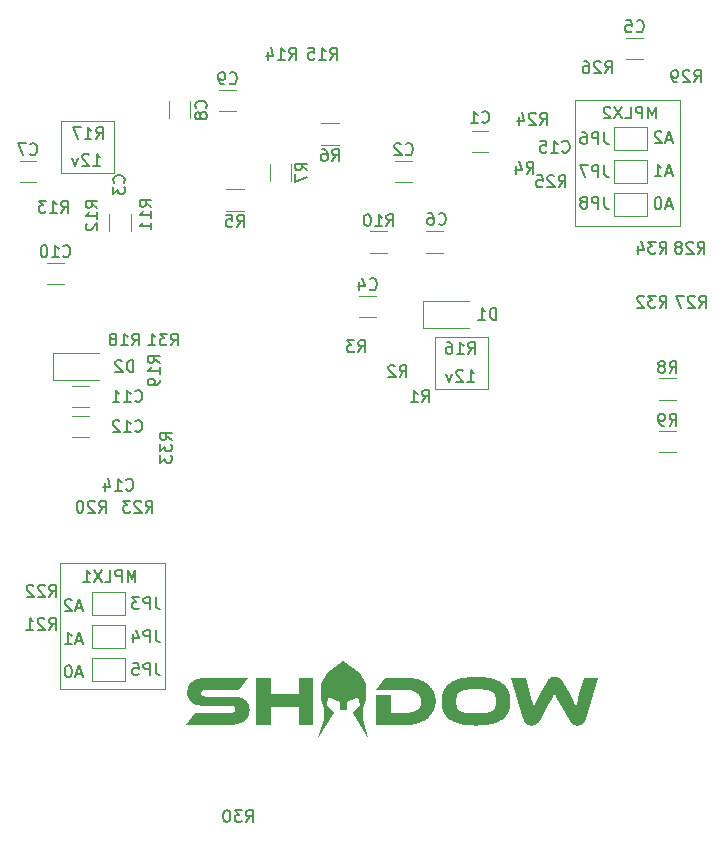
<source format=gbr>
%TF.GenerationSoftware,KiCad,Pcbnew,8.0.7*%
%TF.CreationDate,2025-01-25T22:31:14-05:00*%
%TF.ProjectId,shadow,73686164-6f77-42e6-9b69-6361645f7063,rev?*%
%TF.SameCoordinates,Original*%
%TF.FileFunction,Legend,Bot*%
%TF.FilePolarity,Positive*%
%FSLAX46Y46*%
G04 Gerber Fmt 4.6, Leading zero omitted, Abs format (unit mm)*
G04 Created by KiCad (PCBNEW 8.0.7) date 2025-01-25 22:31:14*
%MOMM*%
%LPD*%
G01*
G04 APERTURE LIST*
%ADD10C,0.000000*%
%ADD11C,0.100000*%
%ADD12C,0.200000*%
%ADD13C,0.150000*%
%ADD14C,0.120000*%
G04 APERTURE END LIST*
D10*
G36*
X129690813Y-104711499D02*
G01*
X130165477Y-105591374D01*
X130165477Y-106981227D01*
X129957117Y-107676155D01*
X129906713Y-108559996D01*
X130391299Y-110153055D01*
X129099867Y-108023422D01*
X129644380Y-107361038D01*
X129540000Y-106680000D01*
X128567259Y-107108624D01*
X128547814Y-107830541D01*
X128007666Y-107830541D01*
X127988220Y-107108624D01*
X127015480Y-106680000D01*
X126911101Y-107361038D01*
X127455615Y-108023422D01*
X126164182Y-110153055D01*
X126648767Y-108559996D01*
X126598364Y-107676155D01*
X126390004Y-106981227D01*
X126390004Y-105591374D01*
X126865064Y-104711499D01*
X128277939Y-103676848D01*
X129690813Y-104711499D01*
G37*
G36*
X146235170Y-105014616D02*
G01*
X146287266Y-105016988D01*
X146337757Y-105021453D01*
X146386748Y-105028429D01*
X146434344Y-105038335D01*
X146480649Y-105051590D01*
X146503351Y-105059604D01*
X146525769Y-105068612D01*
X146547916Y-105078667D01*
X146569806Y-105089820D01*
X146591452Y-105102125D01*
X146612867Y-105115633D01*
X146634064Y-105130396D01*
X146655057Y-105146468D01*
X146675857Y-105163900D01*
X146696478Y-105182745D01*
X146716934Y-105203055D01*
X146737237Y-105224882D01*
X146757401Y-105248279D01*
X146777438Y-105273297D01*
X146797362Y-105299991D01*
X146817186Y-105328410D01*
X146836922Y-105358609D01*
X146856585Y-105390639D01*
X146895739Y-105460403D01*
X147425569Y-106466478D01*
X147620999Y-106831015D01*
X147770106Y-107119090D01*
X147886842Y-107354703D01*
X147985162Y-107561854D01*
X148010846Y-107442268D01*
X148038832Y-107319543D01*
X148101991Y-107061047D01*
X148175195Y-106779110D01*
X148259005Y-106466478D01*
X148634051Y-105079402D01*
X149836587Y-105079402D01*
X148806697Y-108579838D01*
X148796166Y-108613883D01*
X148784683Y-108646814D01*
X148772271Y-108678633D01*
X148758955Y-108709342D01*
X148744758Y-108738944D01*
X148729704Y-108767440D01*
X148713817Y-108794834D01*
X148697122Y-108821126D01*
X148679641Y-108846319D01*
X148661400Y-108870416D01*
X148642422Y-108893419D01*
X148622731Y-108915329D01*
X148602351Y-108936150D01*
X148581306Y-108955882D01*
X148559621Y-108974529D01*
X148537318Y-108992092D01*
X148514422Y-109008574D01*
X148490958Y-109023976D01*
X148466948Y-109038302D01*
X148442417Y-109051553D01*
X148417389Y-109063731D01*
X148391888Y-109074839D01*
X148365938Y-109084879D01*
X148339563Y-109093853D01*
X148312786Y-109101762D01*
X148285633Y-109108610D01*
X148258126Y-109114399D01*
X148230290Y-109119130D01*
X148173726Y-109125429D01*
X148116133Y-109127525D01*
X148059132Y-109125656D01*
X148004198Y-109120107D01*
X147951304Y-109110965D01*
X147900425Y-109098318D01*
X147851535Y-109082252D01*
X147804606Y-109062855D01*
X147759613Y-109040214D01*
X147716531Y-109014416D01*
X147675331Y-108985549D01*
X147635990Y-108953699D01*
X147598479Y-108918954D01*
X147562774Y-108881401D01*
X147528847Y-108841127D01*
X147496674Y-108798220D01*
X147466226Y-108752766D01*
X147437480Y-108704853D01*
X146800492Y-107579714D01*
X146800492Y-107579716D01*
X146573622Y-107174252D01*
X146400888Y-106858643D01*
X146267222Y-106604425D01*
X146157554Y-106383135D01*
X146108708Y-106491188D01*
X146054769Y-106603495D01*
X145993993Y-106723755D01*
X145924637Y-106855665D01*
X145844956Y-107002924D01*
X145753206Y-107169227D01*
X145526522Y-107573760D01*
X144889537Y-108704856D01*
X144861903Y-108751787D01*
X144832542Y-108796513D01*
X144801401Y-108838918D01*
X144768430Y-108878891D01*
X144733574Y-108916318D01*
X144696783Y-108951084D01*
X144677645Y-108967435D01*
X144658004Y-108983078D01*
X144637852Y-108997999D01*
X144617183Y-109012185D01*
X144595992Y-109025621D01*
X144574270Y-109038293D01*
X144552013Y-109050186D01*
X144529212Y-109061287D01*
X144505862Y-109071581D01*
X144481956Y-109081055D01*
X144457488Y-109089693D01*
X144432450Y-109097482D01*
X144406837Y-109104408D01*
X144380642Y-109110457D01*
X144353859Y-109115614D01*
X144326480Y-109119865D01*
X144298499Y-109123196D01*
X144269910Y-109125593D01*
X144240707Y-109127041D01*
X144210882Y-109127527D01*
X144151328Y-109125431D01*
X144093308Y-109119132D01*
X144036963Y-109108613D01*
X143982432Y-109093855D01*
X143955890Y-109084881D01*
X143929854Y-109074842D01*
X143904341Y-109063734D01*
X143879368Y-109051555D01*
X143854954Y-109038304D01*
X143831115Y-109023979D01*
X143807870Y-109008576D01*
X143785234Y-108992094D01*
X143763227Y-108974531D01*
X143741865Y-108955884D01*
X143721166Y-108936152D01*
X143701147Y-108915332D01*
X143681825Y-108893421D01*
X143663219Y-108870419D01*
X143645345Y-108846322D01*
X143628221Y-108821128D01*
X143611864Y-108794836D01*
X143596292Y-108767443D01*
X143581523Y-108738946D01*
X143567573Y-108709344D01*
X143554461Y-108678635D01*
X143542203Y-108646816D01*
X143530817Y-108613885D01*
X143520320Y-108579840D01*
X142508287Y-105079404D01*
X143740585Y-105079404D01*
X144115633Y-106466483D01*
X144201860Y-106780789D01*
X144274134Y-107061050D01*
X144305562Y-107191728D01*
X144334130Y-107317871D01*
X144360047Y-107440805D01*
X144383523Y-107561856D01*
X144487703Y-107344567D01*
X144609742Y-107100488D01*
X144758570Y-106811761D01*
X144943116Y-106460527D01*
X145478897Y-105460403D01*
X145498416Y-105424553D01*
X145517917Y-105390639D01*
X145537419Y-105358609D01*
X145556938Y-105328410D01*
X145576492Y-105299991D01*
X145596098Y-105273297D01*
X145615774Y-105248279D01*
X145635538Y-105224882D01*
X145655405Y-105203055D01*
X145675395Y-105182745D01*
X145695525Y-105163900D01*
X145715812Y-105146468D01*
X145736273Y-105130396D01*
X145756925Y-105115633D01*
X145777787Y-105102125D01*
X145798876Y-105089820D01*
X145820209Y-105078667D01*
X145841804Y-105068612D01*
X145863678Y-105059604D01*
X145885848Y-105051590D01*
X145908332Y-105044518D01*
X145931147Y-105038335D01*
X145977842Y-105028429D01*
X146026072Y-105021453D01*
X146075976Y-105016988D01*
X146127694Y-105014616D01*
X146181365Y-105013918D01*
X146235170Y-105014616D01*
G37*
G36*
X139860029Y-105021355D02*
G01*
X140189800Y-105043814D01*
X140496828Y-105081534D01*
X140781113Y-105134751D01*
X141042655Y-105203699D01*
X141281454Y-105288613D01*
X141392325Y-105337132D01*
X141497510Y-105389731D01*
X141597010Y-105446439D01*
X141690824Y-105507286D01*
X141778952Y-105572302D01*
X141861395Y-105641515D01*
X141938152Y-105714955D01*
X142009223Y-105792652D01*
X142074609Y-105874636D01*
X142134308Y-105960934D01*
X142188322Y-106051578D01*
X142236651Y-106146596D01*
X142279294Y-106246018D01*
X142316251Y-106349873D01*
X142347522Y-106458190D01*
X142373108Y-106571000D01*
X142393007Y-106688331D01*
X142407222Y-106810213D01*
X142415750Y-106936676D01*
X142418593Y-107067748D01*
X142415733Y-107198838D01*
X142407156Y-107325350D01*
X142392865Y-107447313D01*
X142372863Y-107564753D01*
X142347154Y-107677697D01*
X142315740Y-107786174D01*
X142278626Y-107890209D01*
X142235814Y-107989831D01*
X142187307Y-108085067D01*
X142133109Y-108175943D01*
X142073224Y-108262488D01*
X142007653Y-108344728D01*
X141936402Y-108422691D01*
X141859472Y-108496403D01*
X141776868Y-108565893D01*
X141688592Y-108631187D01*
X141594647Y-108692313D01*
X141495038Y-108749298D01*
X141389767Y-108802169D01*
X141278838Y-108850953D01*
X141162253Y-108895678D01*
X141040017Y-108936371D01*
X140912132Y-108973059D01*
X140778601Y-109005769D01*
X140639428Y-109034529D01*
X140494617Y-109059366D01*
X140344170Y-109080307D01*
X140188091Y-109097380D01*
X140026382Y-109110611D01*
X139859048Y-109120028D01*
X139507516Y-109127529D01*
X139155984Y-109120028D01*
X138826941Y-109097380D01*
X138520415Y-109059366D01*
X138236431Y-109005770D01*
X137975015Y-108936371D01*
X137736194Y-108850954D01*
X137625265Y-108802169D01*
X137519994Y-108749299D01*
X137420385Y-108692314D01*
X137326440Y-108631188D01*
X137238164Y-108565894D01*
X137155560Y-108496404D01*
X137078630Y-108422692D01*
X137007379Y-108344729D01*
X136941808Y-108262489D01*
X136881923Y-108175944D01*
X136827725Y-108085068D01*
X136779218Y-107989832D01*
X136736406Y-107890210D01*
X136699291Y-107786174D01*
X136667878Y-107677698D01*
X136642169Y-107564753D01*
X136622167Y-107447313D01*
X136607876Y-107325351D01*
X136599299Y-107198838D01*
X136596439Y-107067748D01*
X137823177Y-107067748D01*
X137824495Y-107146109D01*
X137828493Y-107220518D01*
X137835234Y-107291074D01*
X137844780Y-107357871D01*
X137857195Y-107421005D01*
X137872543Y-107480573D01*
X137890886Y-107536670D01*
X137912288Y-107589392D01*
X137936811Y-107638835D01*
X137964520Y-107685095D01*
X137995477Y-107728268D01*
X138029746Y-107768451D01*
X138067389Y-107805737D01*
X138108471Y-107840225D01*
X138153053Y-107872009D01*
X138201200Y-107901186D01*
X138252975Y-107927852D01*
X138308441Y-107952102D01*
X138367661Y-107974032D01*
X138430698Y-107993739D01*
X138497616Y-108011317D01*
X138568477Y-108026864D01*
X138643346Y-108040475D01*
X138722285Y-108052246D01*
X138805357Y-108062273D01*
X138892626Y-108070652D01*
X139080008Y-108082849D01*
X139284934Y-108089604D01*
X139507912Y-108091686D01*
X139730890Y-108089604D01*
X139935816Y-108082849D01*
X140123197Y-108070652D01*
X140293539Y-108052246D01*
X140447346Y-108026864D01*
X140585126Y-107993738D01*
X140707383Y-107952101D01*
X140762849Y-107927851D01*
X140814623Y-107901186D01*
X140862771Y-107872009D01*
X140907353Y-107840224D01*
X140948435Y-107805736D01*
X140986078Y-107768450D01*
X141020347Y-107728267D01*
X141051304Y-107685094D01*
X141079013Y-107638834D01*
X141103536Y-107589391D01*
X141124938Y-107536669D01*
X141143281Y-107480572D01*
X141158628Y-107421004D01*
X141171044Y-107357870D01*
X141187330Y-107220518D01*
X141192647Y-107067748D01*
X141191328Y-106989405D01*
X141187330Y-106915046D01*
X141180590Y-106844571D01*
X141171044Y-106777882D01*
X141158628Y-106714883D01*
X141143281Y-106655474D01*
X141124938Y-106599558D01*
X141103536Y-106547036D01*
X141079013Y-106497810D01*
X141051304Y-106451783D01*
X141020347Y-106408856D01*
X140986078Y-106368930D01*
X140948435Y-106331909D01*
X140907353Y-106297693D01*
X140862771Y-106266185D01*
X140814623Y-106237287D01*
X140762849Y-106210900D01*
X140707383Y-106186926D01*
X140648163Y-106165268D01*
X140585126Y-106145827D01*
X140518208Y-106128505D01*
X140447346Y-106113204D01*
X140372478Y-106099825D01*
X140293539Y-106088272D01*
X140210466Y-106078445D01*
X140123197Y-106070247D01*
X139935816Y-106058343D01*
X139730890Y-106051777D01*
X139507912Y-106049762D01*
X139284934Y-106051777D01*
X139080008Y-106058343D01*
X138892626Y-106070246D01*
X138722285Y-106088271D01*
X138568477Y-106113203D01*
X138430698Y-106145826D01*
X138308441Y-106186925D01*
X138252975Y-106210899D01*
X138201200Y-106237286D01*
X138153053Y-106266184D01*
X138108471Y-106297692D01*
X138067389Y-106331908D01*
X138029746Y-106368929D01*
X137995477Y-106408855D01*
X137964520Y-106451782D01*
X137936811Y-106497809D01*
X137912288Y-106547035D01*
X137890886Y-106599557D01*
X137872543Y-106655473D01*
X137857195Y-106714882D01*
X137844780Y-106777882D01*
X137828493Y-106915045D01*
X137823177Y-107067748D01*
X136596439Y-107067748D01*
X136599282Y-106936676D01*
X136607810Y-106810213D01*
X136622025Y-106688331D01*
X136641924Y-106570999D01*
X136667510Y-106458189D01*
X136698782Y-106349872D01*
X136735739Y-106246017D01*
X136778381Y-106146595D01*
X136826710Y-106051577D01*
X136880724Y-105960933D01*
X136940424Y-105874635D01*
X137005809Y-105792651D01*
X137076881Y-105714954D01*
X137153638Y-105641514D01*
X137236080Y-105572301D01*
X137324209Y-105507285D01*
X137418023Y-105446438D01*
X137517522Y-105389730D01*
X137622708Y-105337131D01*
X137733579Y-105288613D01*
X137850136Y-105244145D01*
X137972378Y-105203698D01*
X138100306Y-105167243D01*
X138233920Y-105134750D01*
X138373220Y-105106191D01*
X138518205Y-105081534D01*
X138668876Y-105060752D01*
X138825233Y-105043814D01*
X138987275Y-105030692D01*
X139155003Y-105021355D01*
X139507516Y-105013921D01*
X139860029Y-105021355D01*
G37*
G36*
X133954171Y-105088314D02*
G01*
X134200703Y-105115785D01*
X134436351Y-105160749D01*
X134660209Y-105222534D01*
X134767434Y-105259525D01*
X134871371Y-105300470D01*
X134971907Y-105345284D01*
X135068929Y-105393884D01*
X135162323Y-105446186D01*
X135251976Y-105502106D01*
X135337774Y-105561560D01*
X135419605Y-105624463D01*
X135497355Y-105690733D01*
X135570910Y-105760285D01*
X135640157Y-105833035D01*
X135704983Y-105908900D01*
X135765275Y-105987794D01*
X135820918Y-106069635D01*
X135871800Y-106154339D01*
X135917808Y-106241821D01*
X135958827Y-106331998D01*
X135994745Y-106424785D01*
X136025448Y-106520099D01*
X136050823Y-106617856D01*
X136070756Y-106717972D01*
X136085135Y-106820363D01*
X136093845Y-106924944D01*
X136096774Y-107031633D01*
X136093811Y-107138544D01*
X136085004Y-107243773D01*
X136070472Y-107347208D01*
X136050335Y-107448736D01*
X136024712Y-107548246D01*
X135993725Y-107645624D01*
X135957492Y-107740759D01*
X135916133Y-107833539D01*
X135869769Y-107923850D01*
X135818520Y-108011582D01*
X135762505Y-108096621D01*
X135701844Y-108178855D01*
X135636657Y-108258172D01*
X135567064Y-108334460D01*
X135493185Y-108407607D01*
X135415140Y-108477500D01*
X135333049Y-108544026D01*
X135247031Y-108607075D01*
X135157207Y-108666532D01*
X135063696Y-108722287D01*
X134966619Y-108774227D01*
X134866095Y-108822239D01*
X134762244Y-108866211D01*
X134655186Y-108906032D01*
X134545042Y-108941588D01*
X134431930Y-108972768D01*
X134315971Y-108999458D01*
X134197284Y-109021548D01*
X134075991Y-109038924D01*
X133952209Y-109051475D01*
X133826061Y-109059088D01*
X133697664Y-109061650D01*
X133697664Y-109061648D01*
X131030664Y-109061648D01*
X131030664Y-106579196D01*
X132268913Y-106579196D01*
X132268913Y-108037711D01*
X133697664Y-108037711D01*
X133823722Y-108033292D01*
X133944870Y-108020223D01*
X134060663Y-107998783D01*
X134170658Y-107969250D01*
X134274409Y-107931903D01*
X134323804Y-107910387D01*
X134371471Y-107887022D01*
X134417355Y-107861844D01*
X134461400Y-107834886D01*
X134503551Y-107806184D01*
X134543752Y-107775773D01*
X134581946Y-107743688D01*
X134618080Y-107709964D01*
X134652097Y-107674634D01*
X134683941Y-107637735D01*
X134713557Y-107599302D01*
X134740889Y-107559368D01*
X134765883Y-107517969D01*
X134788481Y-107475140D01*
X134808629Y-107430916D01*
X134826271Y-107385332D01*
X134841351Y-107338422D01*
X134853814Y-107290221D01*
X134863605Y-107240765D01*
X134870666Y-107190087D01*
X134874944Y-107138224D01*
X134876383Y-107085210D01*
X134874894Y-107032144D01*
X134870470Y-106980132D01*
X134863178Y-106929214D01*
X134853082Y-106879432D01*
X134840247Y-106830827D01*
X134824740Y-106783441D01*
X134806626Y-106737315D01*
X134785969Y-106692490D01*
X134762836Y-106649008D01*
X134737292Y-106606911D01*
X134709402Y-106566239D01*
X134679232Y-106527035D01*
X134646846Y-106489339D01*
X134612311Y-106453194D01*
X134575692Y-106418640D01*
X134537054Y-106385718D01*
X134496463Y-106354471D01*
X134453984Y-106324940D01*
X134409682Y-106297166D01*
X134363623Y-106271191D01*
X134315872Y-106247055D01*
X134266495Y-106224801D01*
X134215557Y-106204470D01*
X134163124Y-106186103D01*
X134109260Y-106169742D01*
X134054031Y-106155427D01*
X133997504Y-106143202D01*
X133939742Y-106133106D01*
X133880812Y-106125182D01*
X133820778Y-106119470D01*
X133759707Y-106116013D01*
X133697664Y-106114852D01*
X131030664Y-106114852D01*
X131816475Y-105079008D01*
X133697664Y-105079008D01*
X133954171Y-105088314D01*
G37*
G36*
X122118836Y-106489897D02*
G01*
X124488180Y-106489897D01*
X124488180Y-105079008D01*
X125714523Y-105079008D01*
X125714523Y-109061648D01*
X124488180Y-109061648D01*
X124488180Y-107525741D01*
X122118836Y-107525741D01*
X122118836Y-109061648D01*
X120880586Y-109061648D01*
X120880586Y-105079008D01*
X122118836Y-105079008D01*
X122118836Y-106489897D01*
G37*
G36*
X119433977Y-106115245D02*
G01*
X116671727Y-106115245D01*
X116619890Y-106116097D01*
X116571524Y-106118710D01*
X116526611Y-106123172D01*
X116485134Y-106129570D01*
X116447075Y-106137991D01*
X116412417Y-106148523D01*
X116381143Y-106161252D01*
X116366769Y-106168467D01*
X116353235Y-106176265D01*
X116340538Y-106184656D01*
X116328675Y-106193651D01*
X116317646Y-106203261D01*
X116307447Y-106213496D01*
X116298077Y-106224368D01*
X116289532Y-106235887D01*
X116281812Y-106248065D01*
X116274914Y-106260912D01*
X116268836Y-106274439D01*
X116263575Y-106288658D01*
X116259129Y-106303578D01*
X116255497Y-106319211D01*
X116252675Y-106335568D01*
X116250663Y-106352660D01*
X116249055Y-106389091D01*
X116249457Y-106407702D01*
X116250663Y-106425589D01*
X116252675Y-106442761D01*
X116255497Y-106459226D01*
X116259129Y-106474994D01*
X116263575Y-106490073D01*
X116268836Y-106504472D01*
X116274914Y-106518200D01*
X116281812Y-106531264D01*
X116289532Y-106543675D01*
X116298077Y-106555440D01*
X116307447Y-106566569D01*
X116317646Y-106577069D01*
X116328675Y-106586951D01*
X116340538Y-106596222D01*
X116353235Y-106604892D01*
X116366769Y-106612968D01*
X116381143Y-106620461D01*
X116396358Y-106627377D01*
X116412417Y-106633727D01*
X116429322Y-106639519D01*
X116447075Y-106644761D01*
X116465678Y-106649463D01*
X116485134Y-106653633D01*
X116505444Y-106657279D01*
X116526611Y-106660411D01*
X116548637Y-106663038D01*
X116571524Y-106665167D01*
X116619890Y-106667969D01*
X116671727Y-106668887D01*
X118838664Y-106668887D01*
X119015356Y-106673143D01*
X119181469Y-106685910D01*
X119336891Y-106707188D01*
X119481509Y-106736977D01*
X119615209Y-106775277D01*
X119737877Y-106822088D01*
X119795039Y-106848685D01*
X119849401Y-106877410D01*
X119900948Y-106908263D01*
X119949666Y-106941243D01*
X119995542Y-106976352D01*
X120038561Y-107013588D01*
X120078708Y-107052952D01*
X120115970Y-107094444D01*
X120150333Y-107138063D01*
X120181782Y-107183810D01*
X120210303Y-107231685D01*
X120235882Y-107281688D01*
X120258504Y-107333819D01*
X120278157Y-107388077D01*
X120294824Y-107444463D01*
X120308493Y-107502977D01*
X120319150Y-107563619D01*
X120326779Y-107626388D01*
X120331367Y-107691285D01*
X120332899Y-107758310D01*
X120331444Y-107833806D01*
X120327053Y-107907355D01*
X120319684Y-107978925D01*
X120309296Y-108048490D01*
X120295846Y-108116018D01*
X120279295Y-108181480D01*
X120259599Y-108244847D01*
X120236719Y-108306090D01*
X120210612Y-108365178D01*
X120181237Y-108422084D01*
X120148552Y-108476776D01*
X120112517Y-108529227D01*
X120073089Y-108579405D01*
X120030228Y-108627283D01*
X119983892Y-108672830D01*
X119934039Y-108716017D01*
X119880629Y-108756815D01*
X119823619Y-108795194D01*
X119762968Y-108831125D01*
X119698635Y-108864578D01*
X119630578Y-108895523D01*
X119558757Y-108923933D01*
X119483129Y-108949776D01*
X119403653Y-108973024D01*
X119320288Y-108993647D01*
X119232992Y-109011616D01*
X119141724Y-109026901D01*
X119046442Y-109039473D01*
X118947106Y-109049303D01*
X118843673Y-109056360D01*
X118736102Y-109060616D01*
X118624352Y-109062042D01*
X114915556Y-109062042D01*
X115707321Y-108038104D01*
X118719602Y-108038104D01*
X118772420Y-108037118D01*
X118821515Y-108034116D01*
X118866929Y-108029040D01*
X118908707Y-108021827D01*
X118946892Y-108012416D01*
X118981528Y-108000747D01*
X118997529Y-107994046D01*
X119012658Y-107986758D01*
X119026923Y-107978874D01*
X119040327Y-107970388D01*
X119052876Y-107961292D01*
X119064577Y-107951577D01*
X119075433Y-107941237D01*
X119085452Y-107930263D01*
X119094638Y-107918649D01*
X119102996Y-107906385D01*
X119110532Y-107893466D01*
X119117252Y-107879883D01*
X119123161Y-107865628D01*
X119128265Y-107850695D01*
X119132568Y-107835074D01*
X119136077Y-107818759D01*
X119138796Y-107801742D01*
X119140732Y-107784016D01*
X119142274Y-107746404D01*
X119141889Y-107727252D01*
X119140732Y-107708858D01*
X119138796Y-107691212D01*
X119136077Y-107674303D01*
X119132568Y-107658123D01*
X119128265Y-107642661D01*
X119123161Y-107627908D01*
X119117252Y-107613853D01*
X119110532Y-107600488D01*
X119102996Y-107587801D01*
X119094638Y-107575784D01*
X119085452Y-107564426D01*
X119075433Y-107553718D01*
X119064577Y-107543650D01*
X119052876Y-107534212D01*
X119040327Y-107525394D01*
X119026923Y-107517186D01*
X119012658Y-107509579D01*
X118997529Y-107502563D01*
X118981528Y-107496128D01*
X118964651Y-107490264D01*
X118946892Y-107484962D01*
X118928246Y-107480211D01*
X118908707Y-107476002D01*
X118888270Y-107472324D01*
X118866929Y-107469169D01*
X118844679Y-107466526D01*
X118821515Y-107464386D01*
X118772420Y-107461574D01*
X118719602Y-107460654D01*
X116552664Y-107460654D01*
X116367144Y-107455339D01*
X116194477Y-107439620D01*
X116034542Y-107413838D01*
X115959311Y-107397280D01*
X115887217Y-107378333D01*
X115818245Y-107357041D01*
X115752379Y-107333445D01*
X115689605Y-107307589D01*
X115629907Y-107279514D01*
X115573270Y-107249263D01*
X115519678Y-107216879D01*
X115469117Y-107182405D01*
X115421571Y-107145882D01*
X115377025Y-107107354D01*
X115335463Y-107066863D01*
X115296870Y-107024450D01*
X115261232Y-106980160D01*
X115228532Y-106934034D01*
X115198756Y-106886115D01*
X115171888Y-106836445D01*
X115147913Y-106785067D01*
X115126816Y-106732024D01*
X115108581Y-106677358D01*
X115093194Y-106621110D01*
X115080638Y-106563325D01*
X115063962Y-106443311D01*
X115058430Y-106317655D01*
X115059902Y-106248107D01*
X115064341Y-106180136D01*
X115071787Y-106113783D01*
X115082278Y-106049089D01*
X115095851Y-105986095D01*
X115112545Y-105924843D01*
X115132398Y-105865375D01*
X115155448Y-105807731D01*
X115181733Y-105751954D01*
X115211292Y-105698084D01*
X115244162Y-105646163D01*
X115280382Y-105596232D01*
X115319990Y-105548334D01*
X115363024Y-105502508D01*
X115409522Y-105458798D01*
X115459522Y-105417243D01*
X115513063Y-105377886D01*
X115570183Y-105340768D01*
X115630919Y-105305931D01*
X115695310Y-105273415D01*
X115763394Y-105243262D01*
X115835210Y-105215514D01*
X115910795Y-105190213D01*
X115990188Y-105167398D01*
X116073426Y-105147113D01*
X116160548Y-105129398D01*
X116251592Y-105114294D01*
X116346596Y-105101844D01*
X116445598Y-105092089D01*
X116548637Y-105085069D01*
X116655751Y-105080827D01*
X116766977Y-105079404D01*
X120225743Y-105079404D01*
X119433977Y-106115245D01*
G37*
D11*
X136042000Y-76200000D02*
X140487000Y-76200000D01*
X140487000Y-80645000D01*
X136042000Y-80645000D01*
X136042000Y-76200000D01*
X104377100Y-57912000D02*
X108822100Y-57912000D01*
X108822100Y-62357000D01*
X104377100Y-62357000D01*
X104377100Y-57912000D01*
X147853000Y-56134000D02*
X156743000Y-56134000D01*
X156743000Y-66802000D01*
X147853000Y-66802000D01*
X147853000Y-56134000D01*
X104292000Y-95377000D02*
X113182000Y-95377000D01*
X113182000Y-106045000D01*
X104292000Y-106045000D01*
X104292000Y-95377000D01*
D12*
X156056945Y-59525504D02*
X155580755Y-59525504D01*
X156152183Y-59811219D02*
X155818850Y-58811219D01*
X155818850Y-58811219D02*
X155485517Y-59811219D01*
X155199802Y-58906457D02*
X155152183Y-58858838D01*
X155152183Y-58858838D02*
X155056945Y-58811219D01*
X155056945Y-58811219D02*
X154818850Y-58811219D01*
X154818850Y-58811219D02*
X154723612Y-58858838D01*
X154723612Y-58858838D02*
X154675993Y-58906457D01*
X154675993Y-58906457D02*
X154628374Y-59001695D01*
X154628374Y-59001695D02*
X154628374Y-59096933D01*
X154628374Y-59096933D02*
X154675993Y-59239790D01*
X154675993Y-59239790D02*
X155247421Y-59811219D01*
X155247421Y-59811219D02*
X154628374Y-59811219D01*
X107103117Y-61716219D02*
X107674545Y-61716219D01*
X107388831Y-61716219D02*
X107388831Y-60716219D01*
X107388831Y-60716219D02*
X107484069Y-60859076D01*
X107484069Y-60859076D02*
X107579307Y-60954314D01*
X107579307Y-60954314D02*
X107674545Y-61001933D01*
X106722164Y-60811457D02*
X106674545Y-60763838D01*
X106674545Y-60763838D02*
X106579307Y-60716219D01*
X106579307Y-60716219D02*
X106341212Y-60716219D01*
X106341212Y-60716219D02*
X106245974Y-60763838D01*
X106245974Y-60763838D02*
X106198355Y-60811457D01*
X106198355Y-60811457D02*
X106150736Y-60906695D01*
X106150736Y-60906695D02*
X106150736Y-61001933D01*
X106150736Y-61001933D02*
X106198355Y-61144790D01*
X106198355Y-61144790D02*
X106769783Y-61716219D01*
X106769783Y-61716219D02*
X106150736Y-61716219D01*
X105817402Y-61049552D02*
X105579307Y-61716219D01*
X105579307Y-61716219D02*
X105341212Y-61049552D01*
X156056945Y-62319504D02*
X155580755Y-62319504D01*
X156152183Y-62605219D02*
X155818850Y-61605219D01*
X155818850Y-61605219D02*
X155485517Y-62605219D01*
X154628374Y-62605219D02*
X155199802Y-62605219D01*
X154914088Y-62605219D02*
X154914088Y-61605219D01*
X154914088Y-61605219D02*
X155009326Y-61748076D01*
X155009326Y-61748076D02*
X155104564Y-61843314D01*
X155104564Y-61843314D02*
X155199802Y-61890933D01*
X106128945Y-99149504D02*
X105652755Y-99149504D01*
X106224183Y-99435219D02*
X105890850Y-98435219D01*
X105890850Y-98435219D02*
X105557517Y-99435219D01*
X105271802Y-98530457D02*
X105224183Y-98482838D01*
X105224183Y-98482838D02*
X105128945Y-98435219D01*
X105128945Y-98435219D02*
X104890850Y-98435219D01*
X104890850Y-98435219D02*
X104795612Y-98482838D01*
X104795612Y-98482838D02*
X104747993Y-98530457D01*
X104747993Y-98530457D02*
X104700374Y-98625695D01*
X104700374Y-98625695D02*
X104700374Y-98720933D01*
X104700374Y-98720933D02*
X104747993Y-98863790D01*
X104747993Y-98863790D02*
X105319421Y-99435219D01*
X105319421Y-99435219D02*
X104700374Y-99435219D01*
X156056945Y-65113504D02*
X155580755Y-65113504D01*
X156152183Y-65399219D02*
X155818850Y-64399219D01*
X155818850Y-64399219D02*
X155485517Y-65399219D01*
X154961707Y-64399219D02*
X154866469Y-64399219D01*
X154866469Y-64399219D02*
X154771231Y-64446838D01*
X154771231Y-64446838D02*
X154723612Y-64494457D01*
X154723612Y-64494457D02*
X154675993Y-64589695D01*
X154675993Y-64589695D02*
X154628374Y-64780171D01*
X154628374Y-64780171D02*
X154628374Y-65018266D01*
X154628374Y-65018266D02*
X154675993Y-65208742D01*
X154675993Y-65208742D02*
X154723612Y-65303980D01*
X154723612Y-65303980D02*
X154771231Y-65351600D01*
X154771231Y-65351600D02*
X154866469Y-65399219D01*
X154866469Y-65399219D02*
X154961707Y-65399219D01*
X154961707Y-65399219D02*
X155056945Y-65351600D01*
X155056945Y-65351600D02*
X155104564Y-65303980D01*
X155104564Y-65303980D02*
X155152183Y-65208742D01*
X155152183Y-65208742D02*
X155199802Y-65018266D01*
X155199802Y-65018266D02*
X155199802Y-64780171D01*
X155199802Y-64780171D02*
X155152183Y-64589695D01*
X155152183Y-64589695D02*
X155104564Y-64494457D01*
X155104564Y-64494457D02*
X155056945Y-64446838D01*
X155056945Y-64446838D02*
X154961707Y-64399219D01*
X138768017Y-80004219D02*
X139339445Y-80004219D01*
X139053731Y-80004219D02*
X139053731Y-79004219D01*
X139053731Y-79004219D02*
X139148969Y-79147076D01*
X139148969Y-79147076D02*
X139244207Y-79242314D01*
X139244207Y-79242314D02*
X139339445Y-79289933D01*
X138387064Y-79099457D02*
X138339445Y-79051838D01*
X138339445Y-79051838D02*
X138244207Y-79004219D01*
X138244207Y-79004219D02*
X138006112Y-79004219D01*
X138006112Y-79004219D02*
X137910874Y-79051838D01*
X137910874Y-79051838D02*
X137863255Y-79099457D01*
X137863255Y-79099457D02*
X137815636Y-79194695D01*
X137815636Y-79194695D02*
X137815636Y-79289933D01*
X137815636Y-79289933D02*
X137863255Y-79432790D01*
X137863255Y-79432790D02*
X138434683Y-80004219D01*
X138434683Y-80004219D02*
X137815636Y-80004219D01*
X137482302Y-79337552D02*
X137244207Y-80004219D01*
X137244207Y-80004219D02*
X137006112Y-79337552D01*
X106128945Y-104737504D02*
X105652755Y-104737504D01*
X106224183Y-105023219D02*
X105890850Y-104023219D01*
X105890850Y-104023219D02*
X105557517Y-105023219D01*
X105033707Y-104023219D02*
X104938469Y-104023219D01*
X104938469Y-104023219D02*
X104843231Y-104070838D01*
X104843231Y-104070838D02*
X104795612Y-104118457D01*
X104795612Y-104118457D02*
X104747993Y-104213695D01*
X104747993Y-104213695D02*
X104700374Y-104404171D01*
X104700374Y-104404171D02*
X104700374Y-104642266D01*
X104700374Y-104642266D02*
X104747993Y-104832742D01*
X104747993Y-104832742D02*
X104795612Y-104927980D01*
X104795612Y-104927980D02*
X104843231Y-104975600D01*
X104843231Y-104975600D02*
X104938469Y-105023219D01*
X104938469Y-105023219D02*
X105033707Y-105023219D01*
X105033707Y-105023219D02*
X105128945Y-104975600D01*
X105128945Y-104975600D02*
X105176564Y-104927980D01*
X105176564Y-104927980D02*
X105224183Y-104832742D01*
X105224183Y-104832742D02*
X105271802Y-104642266D01*
X105271802Y-104642266D02*
X105271802Y-104404171D01*
X105271802Y-104404171D02*
X105224183Y-104213695D01*
X105224183Y-104213695D02*
X105176564Y-104118457D01*
X105176564Y-104118457D02*
X105128945Y-104070838D01*
X105128945Y-104070838D02*
X105033707Y-104023219D01*
X110673475Y-96972219D02*
X110673475Y-95972219D01*
X110673475Y-95972219D02*
X110340142Y-96686504D01*
X110340142Y-96686504D02*
X110006809Y-95972219D01*
X110006809Y-95972219D02*
X110006809Y-96972219D01*
X109530618Y-96972219D02*
X109530618Y-95972219D01*
X109530618Y-95972219D02*
X109149666Y-95972219D01*
X109149666Y-95972219D02*
X109054428Y-96019838D01*
X109054428Y-96019838D02*
X109006809Y-96067457D01*
X109006809Y-96067457D02*
X108959190Y-96162695D01*
X108959190Y-96162695D02*
X108959190Y-96305552D01*
X108959190Y-96305552D02*
X109006809Y-96400790D01*
X109006809Y-96400790D02*
X109054428Y-96448409D01*
X109054428Y-96448409D02*
X109149666Y-96496028D01*
X109149666Y-96496028D02*
X109530618Y-96496028D01*
X108054428Y-96972219D02*
X108530618Y-96972219D01*
X108530618Y-96972219D02*
X108530618Y-95972219D01*
X107816332Y-95972219D02*
X107149666Y-96972219D01*
X107149666Y-95972219D02*
X107816332Y-96972219D01*
X106244904Y-96972219D02*
X106816332Y-96972219D01*
X106530618Y-96972219D02*
X106530618Y-95972219D01*
X106530618Y-95972219D02*
X106625856Y-96115076D01*
X106625856Y-96115076D02*
X106721094Y-96210314D01*
X106721094Y-96210314D02*
X106816332Y-96257933D01*
X154742475Y-57729219D02*
X154742475Y-56729219D01*
X154742475Y-56729219D02*
X154409142Y-57443504D01*
X154409142Y-57443504D02*
X154075809Y-56729219D01*
X154075809Y-56729219D02*
X154075809Y-57729219D01*
X153599618Y-57729219D02*
X153599618Y-56729219D01*
X153599618Y-56729219D02*
X153218666Y-56729219D01*
X153218666Y-56729219D02*
X153123428Y-56776838D01*
X153123428Y-56776838D02*
X153075809Y-56824457D01*
X153075809Y-56824457D02*
X153028190Y-56919695D01*
X153028190Y-56919695D02*
X153028190Y-57062552D01*
X153028190Y-57062552D02*
X153075809Y-57157790D01*
X153075809Y-57157790D02*
X153123428Y-57205409D01*
X153123428Y-57205409D02*
X153218666Y-57253028D01*
X153218666Y-57253028D02*
X153599618Y-57253028D01*
X152123428Y-57729219D02*
X152599618Y-57729219D01*
X152599618Y-57729219D02*
X152599618Y-56729219D01*
X151885332Y-56729219D02*
X151218666Y-57729219D01*
X151218666Y-56729219D02*
X151885332Y-57729219D01*
X150885332Y-56824457D02*
X150837713Y-56776838D01*
X150837713Y-56776838D02*
X150742475Y-56729219D01*
X150742475Y-56729219D02*
X150504380Y-56729219D01*
X150504380Y-56729219D02*
X150409142Y-56776838D01*
X150409142Y-56776838D02*
X150361523Y-56824457D01*
X150361523Y-56824457D02*
X150313904Y-56919695D01*
X150313904Y-56919695D02*
X150313904Y-57014933D01*
X150313904Y-57014933D02*
X150361523Y-57157790D01*
X150361523Y-57157790D02*
X150932951Y-57729219D01*
X150932951Y-57729219D02*
X150313904Y-57729219D01*
X106128945Y-101943504D02*
X105652755Y-101943504D01*
X106224183Y-102229219D02*
X105890850Y-101229219D01*
X105890850Y-101229219D02*
X105557517Y-102229219D01*
X104700374Y-102229219D02*
X105271802Y-102229219D01*
X104986088Y-102229219D02*
X104986088Y-101229219D01*
X104986088Y-101229219D02*
X105081326Y-101372076D01*
X105081326Y-101372076D02*
X105176564Y-101467314D01*
X105176564Y-101467314D02*
X105271802Y-101514933D01*
D13*
X110395857Y-76942819D02*
X110729190Y-76466628D01*
X110967285Y-76942819D02*
X110967285Y-75942819D01*
X110967285Y-75942819D02*
X110586333Y-75942819D01*
X110586333Y-75942819D02*
X110491095Y-75990438D01*
X110491095Y-75990438D02*
X110443476Y-76038057D01*
X110443476Y-76038057D02*
X110395857Y-76133295D01*
X110395857Y-76133295D02*
X110395857Y-76276152D01*
X110395857Y-76276152D02*
X110443476Y-76371390D01*
X110443476Y-76371390D02*
X110491095Y-76419009D01*
X110491095Y-76419009D02*
X110586333Y-76466628D01*
X110586333Y-76466628D02*
X110967285Y-76466628D01*
X109443476Y-76942819D02*
X110014904Y-76942819D01*
X109729190Y-76942819D02*
X109729190Y-75942819D01*
X109729190Y-75942819D02*
X109824428Y-76085676D01*
X109824428Y-76085676D02*
X109919666Y-76180914D01*
X109919666Y-76180914D02*
X110014904Y-76228533D01*
X108872047Y-76371390D02*
X108967285Y-76323771D01*
X108967285Y-76323771D02*
X109014904Y-76276152D01*
X109014904Y-76276152D02*
X109062523Y-76180914D01*
X109062523Y-76180914D02*
X109062523Y-76133295D01*
X109062523Y-76133295D02*
X109014904Y-76038057D01*
X109014904Y-76038057D02*
X108967285Y-75990438D01*
X108967285Y-75990438D02*
X108872047Y-75942819D01*
X108872047Y-75942819D02*
X108681571Y-75942819D01*
X108681571Y-75942819D02*
X108586333Y-75990438D01*
X108586333Y-75990438D02*
X108538714Y-76038057D01*
X108538714Y-76038057D02*
X108491095Y-76133295D01*
X108491095Y-76133295D02*
X108491095Y-76180914D01*
X108491095Y-76180914D02*
X108538714Y-76276152D01*
X108538714Y-76276152D02*
X108586333Y-76323771D01*
X108586333Y-76323771D02*
X108681571Y-76371390D01*
X108681571Y-76371390D02*
X108872047Y-76371390D01*
X108872047Y-76371390D02*
X108967285Y-76419009D01*
X108967285Y-76419009D02*
X109014904Y-76466628D01*
X109014904Y-76466628D02*
X109062523Y-76561866D01*
X109062523Y-76561866D02*
X109062523Y-76752342D01*
X109062523Y-76752342D02*
X109014904Y-76847580D01*
X109014904Y-76847580D02*
X108967285Y-76895200D01*
X108967285Y-76895200D02*
X108872047Y-76942819D01*
X108872047Y-76942819D02*
X108681571Y-76942819D01*
X108681571Y-76942819D02*
X108586333Y-76895200D01*
X108586333Y-76895200D02*
X108538714Y-76847580D01*
X108538714Y-76847580D02*
X108491095Y-76752342D01*
X108491095Y-76752342D02*
X108491095Y-76561866D01*
X108491095Y-76561866D02*
X108538714Y-76466628D01*
X108538714Y-76466628D02*
X108586333Y-76419009D01*
X108586333Y-76419009D02*
X108681571Y-76371390D01*
X110491094Y-79194819D02*
X110491094Y-78194819D01*
X110491094Y-78194819D02*
X110252999Y-78194819D01*
X110252999Y-78194819D02*
X110110142Y-78242438D01*
X110110142Y-78242438D02*
X110014904Y-78337676D01*
X110014904Y-78337676D02*
X109967285Y-78432914D01*
X109967285Y-78432914D02*
X109919666Y-78623390D01*
X109919666Y-78623390D02*
X109919666Y-78766247D01*
X109919666Y-78766247D02*
X109967285Y-78956723D01*
X109967285Y-78956723D02*
X110014904Y-79051961D01*
X110014904Y-79051961D02*
X110110142Y-79147200D01*
X110110142Y-79147200D02*
X110252999Y-79194819D01*
X110252999Y-79194819D02*
X110491094Y-79194819D01*
X109538713Y-78290057D02*
X109491094Y-78242438D01*
X109491094Y-78242438D02*
X109395856Y-78194819D01*
X109395856Y-78194819D02*
X109157761Y-78194819D01*
X109157761Y-78194819D02*
X109062523Y-78242438D01*
X109062523Y-78242438D02*
X109014904Y-78290057D01*
X109014904Y-78290057D02*
X108967285Y-78385295D01*
X108967285Y-78385295D02*
X108967285Y-78480533D01*
X108967285Y-78480533D02*
X109014904Y-78623390D01*
X109014904Y-78623390D02*
X109586332Y-79194819D01*
X109586332Y-79194819D02*
X108967285Y-79194819D01*
X130493666Y-72169580D02*
X130541285Y-72217200D01*
X130541285Y-72217200D02*
X130684142Y-72264819D01*
X130684142Y-72264819D02*
X130779380Y-72264819D01*
X130779380Y-72264819D02*
X130922237Y-72217200D01*
X130922237Y-72217200D02*
X131017475Y-72121961D01*
X131017475Y-72121961D02*
X131065094Y-72026723D01*
X131065094Y-72026723D02*
X131112713Y-71836247D01*
X131112713Y-71836247D02*
X131112713Y-71693390D01*
X131112713Y-71693390D02*
X131065094Y-71502914D01*
X131065094Y-71502914D02*
X131017475Y-71407676D01*
X131017475Y-71407676D02*
X130922237Y-71312438D01*
X130922237Y-71312438D02*
X130779380Y-71264819D01*
X130779380Y-71264819D02*
X130684142Y-71264819D01*
X130684142Y-71264819D02*
X130541285Y-71312438D01*
X130541285Y-71312438D02*
X130493666Y-71360057D01*
X129636523Y-71598152D02*
X129636523Y-72264819D01*
X129874618Y-71217200D02*
X130112713Y-71931485D01*
X130112713Y-71931485D02*
X129493666Y-71931485D01*
X150354333Y-58890819D02*
X150354333Y-59605104D01*
X150354333Y-59605104D02*
X150401952Y-59747961D01*
X150401952Y-59747961D02*
X150497190Y-59843200D01*
X150497190Y-59843200D02*
X150640047Y-59890819D01*
X150640047Y-59890819D02*
X150735285Y-59890819D01*
X149878142Y-59890819D02*
X149878142Y-58890819D01*
X149878142Y-58890819D02*
X149497190Y-58890819D01*
X149497190Y-58890819D02*
X149401952Y-58938438D01*
X149401952Y-58938438D02*
X149354333Y-58986057D01*
X149354333Y-58986057D02*
X149306714Y-59081295D01*
X149306714Y-59081295D02*
X149306714Y-59224152D01*
X149306714Y-59224152D02*
X149354333Y-59319390D01*
X149354333Y-59319390D02*
X149401952Y-59367009D01*
X149401952Y-59367009D02*
X149497190Y-59414628D01*
X149497190Y-59414628D02*
X149878142Y-59414628D01*
X148449571Y-58890819D02*
X148640047Y-58890819D01*
X148640047Y-58890819D02*
X148735285Y-58938438D01*
X148735285Y-58938438D02*
X148782904Y-58986057D01*
X148782904Y-58986057D02*
X148878142Y-59128914D01*
X148878142Y-59128914D02*
X148925761Y-59319390D01*
X148925761Y-59319390D02*
X148925761Y-59700342D01*
X148925761Y-59700342D02*
X148878142Y-59795580D01*
X148878142Y-59795580D02*
X148830523Y-59843200D01*
X148830523Y-59843200D02*
X148735285Y-59890819D01*
X148735285Y-59890819D02*
X148544809Y-59890819D01*
X148544809Y-59890819D02*
X148449571Y-59843200D01*
X148449571Y-59843200D02*
X148401952Y-59795580D01*
X148401952Y-59795580D02*
X148354333Y-59700342D01*
X148354333Y-59700342D02*
X148354333Y-59462247D01*
X148354333Y-59462247D02*
X148401952Y-59367009D01*
X148401952Y-59367009D02*
X148449571Y-59319390D01*
X148449571Y-59319390D02*
X148544809Y-59271771D01*
X148544809Y-59271771D02*
X148735285Y-59271771D01*
X148735285Y-59271771D02*
X148830523Y-59319390D01*
X148830523Y-59319390D02*
X148878142Y-59367009D01*
X148878142Y-59367009D02*
X148925761Y-59462247D01*
X146808857Y-60523580D02*
X146856476Y-60571200D01*
X146856476Y-60571200D02*
X146999333Y-60618819D01*
X146999333Y-60618819D02*
X147094571Y-60618819D01*
X147094571Y-60618819D02*
X147237428Y-60571200D01*
X147237428Y-60571200D02*
X147332666Y-60475961D01*
X147332666Y-60475961D02*
X147380285Y-60380723D01*
X147380285Y-60380723D02*
X147427904Y-60190247D01*
X147427904Y-60190247D02*
X147427904Y-60047390D01*
X147427904Y-60047390D02*
X147380285Y-59856914D01*
X147380285Y-59856914D02*
X147332666Y-59761676D01*
X147332666Y-59761676D02*
X147237428Y-59666438D01*
X147237428Y-59666438D02*
X147094571Y-59618819D01*
X147094571Y-59618819D02*
X146999333Y-59618819D01*
X146999333Y-59618819D02*
X146856476Y-59666438D01*
X146856476Y-59666438D02*
X146808857Y-59714057D01*
X145856476Y-60618819D02*
X146427904Y-60618819D01*
X146142190Y-60618819D02*
X146142190Y-59618819D01*
X146142190Y-59618819D02*
X146237428Y-59761676D01*
X146237428Y-59761676D02*
X146332666Y-59856914D01*
X146332666Y-59856914D02*
X146427904Y-59904533D01*
X144951714Y-59618819D02*
X145427904Y-59618819D01*
X145427904Y-59618819D02*
X145475523Y-60095009D01*
X145475523Y-60095009D02*
X145427904Y-60047390D01*
X145427904Y-60047390D02*
X145332666Y-59999771D01*
X145332666Y-59999771D02*
X145094571Y-59999771D01*
X145094571Y-59999771D02*
X144999333Y-60047390D01*
X144999333Y-60047390D02*
X144951714Y-60095009D01*
X144951714Y-60095009D02*
X144904095Y-60190247D01*
X144904095Y-60190247D02*
X144904095Y-60428342D01*
X144904095Y-60428342D02*
X144951714Y-60523580D01*
X144951714Y-60523580D02*
X144999333Y-60571200D01*
X144999333Y-60571200D02*
X145094571Y-60618819D01*
X145094571Y-60618819D02*
X145332666Y-60618819D01*
X145332666Y-60618819D02*
X145427904Y-60571200D01*
X145427904Y-60571200D02*
X145475523Y-60523580D01*
X104390857Y-65698819D02*
X104724190Y-65222628D01*
X104962285Y-65698819D02*
X104962285Y-64698819D01*
X104962285Y-64698819D02*
X104581333Y-64698819D01*
X104581333Y-64698819D02*
X104486095Y-64746438D01*
X104486095Y-64746438D02*
X104438476Y-64794057D01*
X104438476Y-64794057D02*
X104390857Y-64889295D01*
X104390857Y-64889295D02*
X104390857Y-65032152D01*
X104390857Y-65032152D02*
X104438476Y-65127390D01*
X104438476Y-65127390D02*
X104486095Y-65175009D01*
X104486095Y-65175009D02*
X104581333Y-65222628D01*
X104581333Y-65222628D02*
X104962285Y-65222628D01*
X103438476Y-65698819D02*
X104009904Y-65698819D01*
X103724190Y-65698819D02*
X103724190Y-64698819D01*
X103724190Y-64698819D02*
X103819428Y-64841676D01*
X103819428Y-64841676D02*
X103914666Y-64936914D01*
X103914666Y-64936914D02*
X104009904Y-64984533D01*
X103105142Y-64698819D02*
X102486095Y-64698819D01*
X102486095Y-64698819D02*
X102819428Y-65079771D01*
X102819428Y-65079771D02*
X102676571Y-65079771D01*
X102676571Y-65079771D02*
X102581333Y-65127390D01*
X102581333Y-65127390D02*
X102533714Y-65175009D01*
X102533714Y-65175009D02*
X102486095Y-65270247D01*
X102486095Y-65270247D02*
X102486095Y-65508342D01*
X102486095Y-65508342D02*
X102533714Y-65603580D01*
X102533714Y-65603580D02*
X102581333Y-65651200D01*
X102581333Y-65651200D02*
X102676571Y-65698819D01*
X102676571Y-65698819D02*
X102962285Y-65698819D01*
X102962285Y-65698819D02*
X103057523Y-65651200D01*
X103057523Y-65651200D02*
X103105142Y-65603580D01*
X101741266Y-60739580D02*
X101788885Y-60787200D01*
X101788885Y-60787200D02*
X101931742Y-60834819D01*
X101931742Y-60834819D02*
X102026980Y-60834819D01*
X102026980Y-60834819D02*
X102169837Y-60787200D01*
X102169837Y-60787200D02*
X102265075Y-60691961D01*
X102265075Y-60691961D02*
X102312694Y-60596723D01*
X102312694Y-60596723D02*
X102360313Y-60406247D01*
X102360313Y-60406247D02*
X102360313Y-60263390D01*
X102360313Y-60263390D02*
X102312694Y-60072914D01*
X102312694Y-60072914D02*
X102265075Y-59977676D01*
X102265075Y-59977676D02*
X102169837Y-59882438D01*
X102169837Y-59882438D02*
X102026980Y-59834819D01*
X102026980Y-59834819D02*
X101931742Y-59834819D01*
X101931742Y-59834819D02*
X101788885Y-59882438D01*
X101788885Y-59882438D02*
X101741266Y-59930057D01*
X101407932Y-59834819D02*
X100741266Y-59834819D01*
X100741266Y-59834819D02*
X101169837Y-60834819D01*
X133033666Y-79609819D02*
X133366999Y-79133628D01*
X133605094Y-79609819D02*
X133605094Y-78609819D01*
X133605094Y-78609819D02*
X133224142Y-78609819D01*
X133224142Y-78609819D02*
X133128904Y-78657438D01*
X133128904Y-78657438D02*
X133081285Y-78705057D01*
X133081285Y-78705057D02*
X133033666Y-78800295D01*
X133033666Y-78800295D02*
X133033666Y-78943152D01*
X133033666Y-78943152D02*
X133081285Y-79038390D01*
X133081285Y-79038390D02*
X133128904Y-79086009D01*
X133128904Y-79086009D02*
X133224142Y-79133628D01*
X133224142Y-79133628D02*
X133605094Y-79133628D01*
X132652713Y-78705057D02*
X132605094Y-78657438D01*
X132605094Y-78657438D02*
X132509856Y-78609819D01*
X132509856Y-78609819D02*
X132271761Y-78609819D01*
X132271761Y-78609819D02*
X132176523Y-78657438D01*
X132176523Y-78657438D02*
X132128904Y-78705057D01*
X132128904Y-78705057D02*
X132081285Y-78800295D01*
X132081285Y-78800295D02*
X132081285Y-78895533D01*
X132081285Y-78895533D02*
X132128904Y-79038390D01*
X132128904Y-79038390D02*
X132700332Y-79609819D01*
X132700332Y-79609819D02*
X132081285Y-79609819D01*
X113763819Y-84955142D02*
X113287628Y-84621809D01*
X113763819Y-84383714D02*
X112763819Y-84383714D01*
X112763819Y-84383714D02*
X112763819Y-84764666D01*
X112763819Y-84764666D02*
X112811438Y-84859904D01*
X112811438Y-84859904D02*
X112859057Y-84907523D01*
X112859057Y-84907523D02*
X112954295Y-84955142D01*
X112954295Y-84955142D02*
X113097152Y-84955142D01*
X113097152Y-84955142D02*
X113192390Y-84907523D01*
X113192390Y-84907523D02*
X113240009Y-84859904D01*
X113240009Y-84859904D02*
X113287628Y-84764666D01*
X113287628Y-84764666D02*
X113287628Y-84383714D01*
X112763819Y-85288476D02*
X112763819Y-85907523D01*
X112763819Y-85907523D02*
X113144771Y-85574190D01*
X113144771Y-85574190D02*
X113144771Y-85717047D01*
X113144771Y-85717047D02*
X113192390Y-85812285D01*
X113192390Y-85812285D02*
X113240009Y-85859904D01*
X113240009Y-85859904D02*
X113335247Y-85907523D01*
X113335247Y-85907523D02*
X113573342Y-85907523D01*
X113573342Y-85907523D02*
X113668580Y-85859904D01*
X113668580Y-85859904D02*
X113716200Y-85812285D01*
X113716200Y-85812285D02*
X113763819Y-85717047D01*
X113763819Y-85717047D02*
X113763819Y-85431333D01*
X113763819Y-85431333D02*
X113716200Y-85336095D01*
X113716200Y-85336095D02*
X113668580Y-85288476D01*
X112763819Y-86240857D02*
X112763819Y-86859904D01*
X112763819Y-86859904D02*
X113144771Y-86526571D01*
X113144771Y-86526571D02*
X113144771Y-86669428D01*
X113144771Y-86669428D02*
X113192390Y-86764666D01*
X113192390Y-86764666D02*
X113240009Y-86812285D01*
X113240009Y-86812285D02*
X113335247Y-86859904D01*
X113335247Y-86859904D02*
X113573342Y-86859904D01*
X113573342Y-86859904D02*
X113668580Y-86812285D01*
X113668580Y-86812285D02*
X113716200Y-86764666D01*
X113716200Y-86764666D02*
X113763819Y-86669428D01*
X113763819Y-86669428D02*
X113763819Y-86383714D01*
X113763819Y-86383714D02*
X113716200Y-86288476D01*
X113716200Y-86288476D02*
X113668580Y-86240857D01*
X103374857Y-98210819D02*
X103708190Y-97734628D01*
X103946285Y-98210819D02*
X103946285Y-97210819D01*
X103946285Y-97210819D02*
X103565333Y-97210819D01*
X103565333Y-97210819D02*
X103470095Y-97258438D01*
X103470095Y-97258438D02*
X103422476Y-97306057D01*
X103422476Y-97306057D02*
X103374857Y-97401295D01*
X103374857Y-97401295D02*
X103374857Y-97544152D01*
X103374857Y-97544152D02*
X103422476Y-97639390D01*
X103422476Y-97639390D02*
X103470095Y-97687009D01*
X103470095Y-97687009D02*
X103565333Y-97734628D01*
X103565333Y-97734628D02*
X103946285Y-97734628D01*
X102993904Y-97306057D02*
X102946285Y-97258438D01*
X102946285Y-97258438D02*
X102851047Y-97210819D01*
X102851047Y-97210819D02*
X102612952Y-97210819D01*
X102612952Y-97210819D02*
X102517714Y-97258438D01*
X102517714Y-97258438D02*
X102470095Y-97306057D01*
X102470095Y-97306057D02*
X102422476Y-97401295D01*
X102422476Y-97401295D02*
X102422476Y-97496533D01*
X102422476Y-97496533D02*
X102470095Y-97639390D01*
X102470095Y-97639390D02*
X103041523Y-98210819D01*
X103041523Y-98210819D02*
X102422476Y-98210819D01*
X102041523Y-97306057D02*
X101993904Y-97258438D01*
X101993904Y-97258438D02*
X101898666Y-97210819D01*
X101898666Y-97210819D02*
X101660571Y-97210819D01*
X101660571Y-97210819D02*
X101565333Y-97258438D01*
X101565333Y-97258438D02*
X101517714Y-97306057D01*
X101517714Y-97306057D02*
X101470095Y-97401295D01*
X101470095Y-97401295D02*
X101470095Y-97496533D01*
X101470095Y-97496533D02*
X101517714Y-97639390D01*
X101517714Y-97639390D02*
X102089142Y-98210819D01*
X102089142Y-98210819D02*
X101470095Y-98210819D01*
X110649857Y-84179580D02*
X110697476Y-84227200D01*
X110697476Y-84227200D02*
X110840333Y-84274819D01*
X110840333Y-84274819D02*
X110935571Y-84274819D01*
X110935571Y-84274819D02*
X111078428Y-84227200D01*
X111078428Y-84227200D02*
X111173666Y-84131961D01*
X111173666Y-84131961D02*
X111221285Y-84036723D01*
X111221285Y-84036723D02*
X111268904Y-83846247D01*
X111268904Y-83846247D02*
X111268904Y-83703390D01*
X111268904Y-83703390D02*
X111221285Y-83512914D01*
X111221285Y-83512914D02*
X111173666Y-83417676D01*
X111173666Y-83417676D02*
X111078428Y-83322438D01*
X111078428Y-83322438D02*
X110935571Y-83274819D01*
X110935571Y-83274819D02*
X110840333Y-83274819D01*
X110840333Y-83274819D02*
X110697476Y-83322438D01*
X110697476Y-83322438D02*
X110649857Y-83370057D01*
X109697476Y-84274819D02*
X110268904Y-84274819D01*
X109983190Y-84274819D02*
X109983190Y-83274819D01*
X109983190Y-83274819D02*
X110078428Y-83417676D01*
X110078428Y-83417676D02*
X110173666Y-83512914D01*
X110173666Y-83512914D02*
X110268904Y-83560533D01*
X109316523Y-83370057D02*
X109268904Y-83322438D01*
X109268904Y-83322438D02*
X109173666Y-83274819D01*
X109173666Y-83274819D02*
X108935571Y-83274819D01*
X108935571Y-83274819D02*
X108840333Y-83322438D01*
X108840333Y-83322438D02*
X108792714Y-83370057D01*
X108792714Y-83370057D02*
X108745095Y-83465295D01*
X108745095Y-83465295D02*
X108745095Y-83560533D01*
X108745095Y-83560533D02*
X108792714Y-83703390D01*
X108792714Y-83703390D02*
X109364142Y-84274819D01*
X109364142Y-84274819D02*
X108745095Y-84274819D01*
X103349857Y-101004819D02*
X103683190Y-100528628D01*
X103921285Y-101004819D02*
X103921285Y-100004819D01*
X103921285Y-100004819D02*
X103540333Y-100004819D01*
X103540333Y-100004819D02*
X103445095Y-100052438D01*
X103445095Y-100052438D02*
X103397476Y-100100057D01*
X103397476Y-100100057D02*
X103349857Y-100195295D01*
X103349857Y-100195295D02*
X103349857Y-100338152D01*
X103349857Y-100338152D02*
X103397476Y-100433390D01*
X103397476Y-100433390D02*
X103445095Y-100481009D01*
X103445095Y-100481009D02*
X103540333Y-100528628D01*
X103540333Y-100528628D02*
X103921285Y-100528628D01*
X102968904Y-100100057D02*
X102921285Y-100052438D01*
X102921285Y-100052438D02*
X102826047Y-100004819D01*
X102826047Y-100004819D02*
X102587952Y-100004819D01*
X102587952Y-100004819D02*
X102492714Y-100052438D01*
X102492714Y-100052438D02*
X102445095Y-100100057D01*
X102445095Y-100100057D02*
X102397476Y-100195295D01*
X102397476Y-100195295D02*
X102397476Y-100290533D01*
X102397476Y-100290533D02*
X102445095Y-100433390D01*
X102445095Y-100433390D02*
X103016523Y-101004819D01*
X103016523Y-101004819D02*
X102397476Y-101004819D01*
X101445095Y-101004819D02*
X102016523Y-101004819D01*
X101730809Y-101004819D02*
X101730809Y-100004819D01*
X101730809Y-100004819D02*
X101826047Y-100147676D01*
X101826047Y-100147676D02*
X101921285Y-100242914D01*
X101921285Y-100242914D02*
X102016523Y-100290533D01*
X150354333Y-61684819D02*
X150354333Y-62399104D01*
X150354333Y-62399104D02*
X150401952Y-62541961D01*
X150401952Y-62541961D02*
X150497190Y-62637200D01*
X150497190Y-62637200D02*
X150640047Y-62684819D01*
X150640047Y-62684819D02*
X150735285Y-62684819D01*
X149878142Y-62684819D02*
X149878142Y-61684819D01*
X149878142Y-61684819D02*
X149497190Y-61684819D01*
X149497190Y-61684819D02*
X149401952Y-61732438D01*
X149401952Y-61732438D02*
X149354333Y-61780057D01*
X149354333Y-61780057D02*
X149306714Y-61875295D01*
X149306714Y-61875295D02*
X149306714Y-62018152D01*
X149306714Y-62018152D02*
X149354333Y-62113390D01*
X149354333Y-62113390D02*
X149401952Y-62161009D01*
X149401952Y-62161009D02*
X149497190Y-62208628D01*
X149497190Y-62208628D02*
X149878142Y-62208628D01*
X148973380Y-61684819D02*
X148306714Y-61684819D01*
X148306714Y-61684819D02*
X148735285Y-62684819D01*
X127159857Y-52744819D02*
X127493190Y-52268628D01*
X127731285Y-52744819D02*
X127731285Y-51744819D01*
X127731285Y-51744819D02*
X127350333Y-51744819D01*
X127350333Y-51744819D02*
X127255095Y-51792438D01*
X127255095Y-51792438D02*
X127207476Y-51840057D01*
X127207476Y-51840057D02*
X127159857Y-51935295D01*
X127159857Y-51935295D02*
X127159857Y-52078152D01*
X127159857Y-52078152D02*
X127207476Y-52173390D01*
X127207476Y-52173390D02*
X127255095Y-52221009D01*
X127255095Y-52221009D02*
X127350333Y-52268628D01*
X127350333Y-52268628D02*
X127731285Y-52268628D01*
X126207476Y-52744819D02*
X126778904Y-52744819D01*
X126493190Y-52744819D02*
X126493190Y-51744819D01*
X126493190Y-51744819D02*
X126588428Y-51887676D01*
X126588428Y-51887676D02*
X126683666Y-51982914D01*
X126683666Y-51982914D02*
X126778904Y-52030533D01*
X125302714Y-51744819D02*
X125778904Y-51744819D01*
X125778904Y-51744819D02*
X125826523Y-52221009D01*
X125826523Y-52221009D02*
X125778904Y-52173390D01*
X125778904Y-52173390D02*
X125683666Y-52125771D01*
X125683666Y-52125771D02*
X125445571Y-52125771D01*
X125445571Y-52125771D02*
X125350333Y-52173390D01*
X125350333Y-52173390D02*
X125302714Y-52221009D01*
X125302714Y-52221009D02*
X125255095Y-52316247D01*
X125255095Y-52316247D02*
X125255095Y-52554342D01*
X125255095Y-52554342D02*
X125302714Y-52649580D01*
X125302714Y-52649580D02*
X125350333Y-52697200D01*
X125350333Y-52697200D02*
X125445571Y-52744819D01*
X125445571Y-52744819D02*
X125683666Y-52744819D01*
X125683666Y-52744819D02*
X125778904Y-52697200D01*
X125778904Y-52697200D02*
X125826523Y-52649580D01*
X141225094Y-74749819D02*
X141225094Y-73749819D01*
X141225094Y-73749819D02*
X140986999Y-73749819D01*
X140986999Y-73749819D02*
X140844142Y-73797438D01*
X140844142Y-73797438D02*
X140748904Y-73892676D01*
X140748904Y-73892676D02*
X140701285Y-73987914D01*
X140701285Y-73987914D02*
X140653666Y-74178390D01*
X140653666Y-74178390D02*
X140653666Y-74321247D01*
X140653666Y-74321247D02*
X140701285Y-74511723D01*
X140701285Y-74511723D02*
X140748904Y-74606961D01*
X140748904Y-74606961D02*
X140844142Y-74702200D01*
X140844142Y-74702200D02*
X140986999Y-74749819D01*
X140986999Y-74749819D02*
X141225094Y-74749819D01*
X139701285Y-74749819D02*
X140272713Y-74749819D01*
X139986999Y-74749819D02*
X139986999Y-73749819D01*
X139986999Y-73749819D02*
X140082237Y-73892676D01*
X140082237Y-73892676D02*
X140177475Y-73987914D01*
X140177475Y-73987914D02*
X140272713Y-74035533D01*
X153099666Y-50325580D02*
X153147285Y-50373200D01*
X153147285Y-50373200D02*
X153290142Y-50420819D01*
X153290142Y-50420819D02*
X153385380Y-50420819D01*
X153385380Y-50420819D02*
X153528237Y-50373200D01*
X153528237Y-50373200D02*
X153623475Y-50277961D01*
X153623475Y-50277961D02*
X153671094Y-50182723D01*
X153671094Y-50182723D02*
X153718713Y-49992247D01*
X153718713Y-49992247D02*
X153718713Y-49849390D01*
X153718713Y-49849390D02*
X153671094Y-49658914D01*
X153671094Y-49658914D02*
X153623475Y-49563676D01*
X153623475Y-49563676D02*
X153528237Y-49468438D01*
X153528237Y-49468438D02*
X153385380Y-49420819D01*
X153385380Y-49420819D02*
X153290142Y-49420819D01*
X153290142Y-49420819D02*
X153147285Y-49468438D01*
X153147285Y-49468438D02*
X153099666Y-49516057D01*
X152194904Y-49420819D02*
X152671094Y-49420819D01*
X152671094Y-49420819D02*
X152718713Y-49897009D01*
X152718713Y-49897009D02*
X152671094Y-49849390D01*
X152671094Y-49849390D02*
X152575856Y-49801771D01*
X152575856Y-49801771D02*
X152337761Y-49801771D01*
X152337761Y-49801771D02*
X152242523Y-49849390D01*
X152242523Y-49849390D02*
X152194904Y-49897009D01*
X152194904Y-49897009D02*
X152147285Y-49992247D01*
X152147285Y-49992247D02*
X152147285Y-50230342D01*
X152147285Y-50230342D02*
X152194904Y-50325580D01*
X152194904Y-50325580D02*
X152242523Y-50373200D01*
X152242523Y-50373200D02*
X152337761Y-50420819D01*
X152337761Y-50420819D02*
X152575856Y-50420819D01*
X152575856Y-50420819D02*
X152671094Y-50373200D01*
X152671094Y-50373200D02*
X152718713Y-50325580D01*
X123694857Y-52744819D02*
X124028190Y-52268628D01*
X124266285Y-52744819D02*
X124266285Y-51744819D01*
X124266285Y-51744819D02*
X123885333Y-51744819D01*
X123885333Y-51744819D02*
X123790095Y-51792438D01*
X123790095Y-51792438D02*
X123742476Y-51840057D01*
X123742476Y-51840057D02*
X123694857Y-51935295D01*
X123694857Y-51935295D02*
X123694857Y-52078152D01*
X123694857Y-52078152D02*
X123742476Y-52173390D01*
X123742476Y-52173390D02*
X123790095Y-52221009D01*
X123790095Y-52221009D02*
X123885333Y-52268628D01*
X123885333Y-52268628D02*
X124266285Y-52268628D01*
X122742476Y-52744819D02*
X123313904Y-52744819D01*
X123028190Y-52744819D02*
X123028190Y-51744819D01*
X123028190Y-51744819D02*
X123123428Y-51887676D01*
X123123428Y-51887676D02*
X123218666Y-51982914D01*
X123218666Y-51982914D02*
X123313904Y-52030533D01*
X121885333Y-52078152D02*
X121885333Y-52744819D01*
X122123428Y-51697200D02*
X122361523Y-52411485D01*
X122361523Y-52411485D02*
X121742476Y-52411485D01*
X155893666Y-79279819D02*
X156226999Y-78803628D01*
X156465094Y-79279819D02*
X156465094Y-78279819D01*
X156465094Y-78279819D02*
X156084142Y-78279819D01*
X156084142Y-78279819D02*
X155988904Y-78327438D01*
X155988904Y-78327438D02*
X155941285Y-78375057D01*
X155941285Y-78375057D02*
X155893666Y-78470295D01*
X155893666Y-78470295D02*
X155893666Y-78613152D01*
X155893666Y-78613152D02*
X155941285Y-78708390D01*
X155941285Y-78708390D02*
X155988904Y-78756009D01*
X155988904Y-78756009D02*
X156084142Y-78803628D01*
X156084142Y-78803628D02*
X156465094Y-78803628D01*
X155322237Y-78708390D02*
X155417475Y-78660771D01*
X155417475Y-78660771D02*
X155465094Y-78613152D01*
X155465094Y-78613152D02*
X155512713Y-78517914D01*
X155512713Y-78517914D02*
X155512713Y-78470295D01*
X155512713Y-78470295D02*
X155465094Y-78375057D01*
X155465094Y-78375057D02*
X155417475Y-78327438D01*
X155417475Y-78327438D02*
X155322237Y-78279819D01*
X155322237Y-78279819D02*
X155131761Y-78279819D01*
X155131761Y-78279819D02*
X155036523Y-78327438D01*
X155036523Y-78327438D02*
X154988904Y-78375057D01*
X154988904Y-78375057D02*
X154941285Y-78470295D01*
X154941285Y-78470295D02*
X154941285Y-78517914D01*
X154941285Y-78517914D02*
X154988904Y-78613152D01*
X154988904Y-78613152D02*
X155036523Y-78660771D01*
X155036523Y-78660771D02*
X155131761Y-78708390D01*
X155131761Y-78708390D02*
X155322237Y-78708390D01*
X155322237Y-78708390D02*
X155417475Y-78756009D01*
X155417475Y-78756009D02*
X155465094Y-78803628D01*
X155465094Y-78803628D02*
X155512713Y-78898866D01*
X155512713Y-78898866D02*
X155512713Y-79089342D01*
X155512713Y-79089342D02*
X155465094Y-79184580D01*
X155465094Y-79184580D02*
X155417475Y-79232200D01*
X155417475Y-79232200D02*
X155322237Y-79279819D01*
X155322237Y-79279819D02*
X155131761Y-79279819D01*
X155131761Y-79279819D02*
X155036523Y-79232200D01*
X155036523Y-79232200D02*
X154988904Y-79184580D01*
X154988904Y-79184580D02*
X154941285Y-79089342D01*
X154941285Y-79089342D02*
X154941285Y-78898866D01*
X154941285Y-78898866D02*
X154988904Y-78803628D01*
X154988904Y-78803628D02*
X155036523Y-78756009D01*
X155036523Y-78756009D02*
X155131761Y-78708390D01*
X158274857Y-69161819D02*
X158608190Y-68685628D01*
X158846285Y-69161819D02*
X158846285Y-68161819D01*
X158846285Y-68161819D02*
X158465333Y-68161819D01*
X158465333Y-68161819D02*
X158370095Y-68209438D01*
X158370095Y-68209438D02*
X158322476Y-68257057D01*
X158322476Y-68257057D02*
X158274857Y-68352295D01*
X158274857Y-68352295D02*
X158274857Y-68495152D01*
X158274857Y-68495152D02*
X158322476Y-68590390D01*
X158322476Y-68590390D02*
X158370095Y-68638009D01*
X158370095Y-68638009D02*
X158465333Y-68685628D01*
X158465333Y-68685628D02*
X158846285Y-68685628D01*
X157893904Y-68257057D02*
X157846285Y-68209438D01*
X157846285Y-68209438D02*
X157751047Y-68161819D01*
X157751047Y-68161819D02*
X157512952Y-68161819D01*
X157512952Y-68161819D02*
X157417714Y-68209438D01*
X157417714Y-68209438D02*
X157370095Y-68257057D01*
X157370095Y-68257057D02*
X157322476Y-68352295D01*
X157322476Y-68352295D02*
X157322476Y-68447533D01*
X157322476Y-68447533D02*
X157370095Y-68590390D01*
X157370095Y-68590390D02*
X157941523Y-69161819D01*
X157941523Y-69161819D02*
X157322476Y-69161819D01*
X156751047Y-68590390D02*
X156846285Y-68542771D01*
X156846285Y-68542771D02*
X156893904Y-68495152D01*
X156893904Y-68495152D02*
X156941523Y-68399914D01*
X156941523Y-68399914D02*
X156941523Y-68352295D01*
X156941523Y-68352295D02*
X156893904Y-68257057D01*
X156893904Y-68257057D02*
X156846285Y-68209438D01*
X156846285Y-68209438D02*
X156751047Y-68161819D01*
X156751047Y-68161819D02*
X156560571Y-68161819D01*
X156560571Y-68161819D02*
X156465333Y-68209438D01*
X156465333Y-68209438D02*
X156417714Y-68257057D01*
X156417714Y-68257057D02*
X156370095Y-68352295D01*
X156370095Y-68352295D02*
X156370095Y-68399914D01*
X156370095Y-68399914D02*
X156417714Y-68495152D01*
X156417714Y-68495152D02*
X156465333Y-68542771D01*
X156465333Y-68542771D02*
X156560571Y-68590390D01*
X156560571Y-68590390D02*
X156751047Y-68590390D01*
X156751047Y-68590390D02*
X156846285Y-68638009D01*
X156846285Y-68638009D02*
X156893904Y-68685628D01*
X156893904Y-68685628D02*
X156941523Y-68780866D01*
X156941523Y-68780866D02*
X156941523Y-68971342D01*
X156941523Y-68971342D02*
X156893904Y-69066580D01*
X156893904Y-69066580D02*
X156846285Y-69114200D01*
X156846285Y-69114200D02*
X156751047Y-69161819D01*
X156751047Y-69161819D02*
X156560571Y-69161819D01*
X156560571Y-69161819D02*
X156465333Y-69114200D01*
X156465333Y-69114200D02*
X156417714Y-69066580D01*
X156417714Y-69066580D02*
X156370095Y-68971342D01*
X156370095Y-68971342D02*
X156370095Y-68780866D01*
X156370095Y-68780866D02*
X156417714Y-68685628D01*
X156417714Y-68685628D02*
X156465333Y-68638009D01*
X156465333Y-68638009D02*
X156560571Y-68590390D01*
X146499857Y-63539819D02*
X146833190Y-63063628D01*
X147071285Y-63539819D02*
X147071285Y-62539819D01*
X147071285Y-62539819D02*
X146690333Y-62539819D01*
X146690333Y-62539819D02*
X146595095Y-62587438D01*
X146595095Y-62587438D02*
X146547476Y-62635057D01*
X146547476Y-62635057D02*
X146499857Y-62730295D01*
X146499857Y-62730295D02*
X146499857Y-62873152D01*
X146499857Y-62873152D02*
X146547476Y-62968390D01*
X146547476Y-62968390D02*
X146595095Y-63016009D01*
X146595095Y-63016009D02*
X146690333Y-63063628D01*
X146690333Y-63063628D02*
X147071285Y-63063628D01*
X146118904Y-62635057D02*
X146071285Y-62587438D01*
X146071285Y-62587438D02*
X145976047Y-62539819D01*
X145976047Y-62539819D02*
X145737952Y-62539819D01*
X145737952Y-62539819D02*
X145642714Y-62587438D01*
X145642714Y-62587438D02*
X145595095Y-62635057D01*
X145595095Y-62635057D02*
X145547476Y-62730295D01*
X145547476Y-62730295D02*
X145547476Y-62825533D01*
X145547476Y-62825533D02*
X145595095Y-62968390D01*
X145595095Y-62968390D02*
X146166523Y-63539819D01*
X146166523Y-63539819D02*
X145547476Y-63539819D01*
X144642714Y-62539819D02*
X145118904Y-62539819D01*
X145118904Y-62539819D02*
X145166523Y-63016009D01*
X145166523Y-63016009D02*
X145118904Y-62968390D01*
X145118904Y-62968390D02*
X145023666Y-62920771D01*
X145023666Y-62920771D02*
X144785571Y-62920771D01*
X144785571Y-62920771D02*
X144690333Y-62968390D01*
X144690333Y-62968390D02*
X144642714Y-63016009D01*
X144642714Y-63016009D02*
X144595095Y-63111247D01*
X144595095Y-63111247D02*
X144595095Y-63349342D01*
X144595095Y-63349342D02*
X144642714Y-63444580D01*
X144642714Y-63444580D02*
X144690333Y-63492200D01*
X144690333Y-63492200D02*
X144785571Y-63539819D01*
X144785571Y-63539819D02*
X145023666Y-63539819D01*
X145023666Y-63539819D02*
X145118904Y-63492200D01*
X145118904Y-63492200D02*
X145166523Y-63444580D01*
X107601857Y-91098819D02*
X107935190Y-90622628D01*
X108173285Y-91098819D02*
X108173285Y-90098819D01*
X108173285Y-90098819D02*
X107792333Y-90098819D01*
X107792333Y-90098819D02*
X107697095Y-90146438D01*
X107697095Y-90146438D02*
X107649476Y-90194057D01*
X107649476Y-90194057D02*
X107601857Y-90289295D01*
X107601857Y-90289295D02*
X107601857Y-90432152D01*
X107601857Y-90432152D02*
X107649476Y-90527390D01*
X107649476Y-90527390D02*
X107697095Y-90575009D01*
X107697095Y-90575009D02*
X107792333Y-90622628D01*
X107792333Y-90622628D02*
X108173285Y-90622628D01*
X107220904Y-90194057D02*
X107173285Y-90146438D01*
X107173285Y-90146438D02*
X107078047Y-90098819D01*
X107078047Y-90098819D02*
X106839952Y-90098819D01*
X106839952Y-90098819D02*
X106744714Y-90146438D01*
X106744714Y-90146438D02*
X106697095Y-90194057D01*
X106697095Y-90194057D02*
X106649476Y-90289295D01*
X106649476Y-90289295D02*
X106649476Y-90384533D01*
X106649476Y-90384533D02*
X106697095Y-90527390D01*
X106697095Y-90527390D02*
X107268523Y-91098819D01*
X107268523Y-91098819D02*
X106649476Y-91098819D01*
X106030428Y-90098819D02*
X105935190Y-90098819D01*
X105935190Y-90098819D02*
X105839952Y-90146438D01*
X105839952Y-90146438D02*
X105792333Y-90194057D01*
X105792333Y-90194057D02*
X105744714Y-90289295D01*
X105744714Y-90289295D02*
X105697095Y-90479771D01*
X105697095Y-90479771D02*
X105697095Y-90717866D01*
X105697095Y-90717866D02*
X105744714Y-90908342D01*
X105744714Y-90908342D02*
X105792333Y-91003580D01*
X105792333Y-91003580D02*
X105839952Y-91051200D01*
X105839952Y-91051200D02*
X105935190Y-91098819D01*
X105935190Y-91098819D02*
X106030428Y-91098819D01*
X106030428Y-91098819D02*
X106125666Y-91051200D01*
X106125666Y-91051200D02*
X106173285Y-91003580D01*
X106173285Y-91003580D02*
X106220904Y-90908342D01*
X106220904Y-90908342D02*
X106268523Y-90717866D01*
X106268523Y-90717866D02*
X106268523Y-90479771D01*
X106268523Y-90479771D02*
X106220904Y-90289295D01*
X106220904Y-90289295D02*
X106173285Y-90194057D01*
X106173285Y-90194057D02*
X106125666Y-90146438D01*
X106125666Y-90146438D02*
X106030428Y-90098819D01*
X155058857Y-69161819D02*
X155392190Y-68685628D01*
X155630285Y-69161819D02*
X155630285Y-68161819D01*
X155630285Y-68161819D02*
X155249333Y-68161819D01*
X155249333Y-68161819D02*
X155154095Y-68209438D01*
X155154095Y-68209438D02*
X155106476Y-68257057D01*
X155106476Y-68257057D02*
X155058857Y-68352295D01*
X155058857Y-68352295D02*
X155058857Y-68495152D01*
X155058857Y-68495152D02*
X155106476Y-68590390D01*
X155106476Y-68590390D02*
X155154095Y-68638009D01*
X155154095Y-68638009D02*
X155249333Y-68685628D01*
X155249333Y-68685628D02*
X155630285Y-68685628D01*
X154725523Y-68161819D02*
X154106476Y-68161819D01*
X154106476Y-68161819D02*
X154439809Y-68542771D01*
X154439809Y-68542771D02*
X154296952Y-68542771D01*
X154296952Y-68542771D02*
X154201714Y-68590390D01*
X154201714Y-68590390D02*
X154154095Y-68638009D01*
X154154095Y-68638009D02*
X154106476Y-68733247D01*
X154106476Y-68733247D02*
X154106476Y-68971342D01*
X154106476Y-68971342D02*
X154154095Y-69066580D01*
X154154095Y-69066580D02*
X154201714Y-69114200D01*
X154201714Y-69114200D02*
X154296952Y-69161819D01*
X154296952Y-69161819D02*
X154582666Y-69161819D01*
X154582666Y-69161819D02*
X154677904Y-69114200D01*
X154677904Y-69114200D02*
X154725523Y-69066580D01*
X153249333Y-68495152D02*
X153249333Y-69161819D01*
X153487428Y-68114200D02*
X153725523Y-68828485D01*
X153725523Y-68828485D02*
X153106476Y-68828485D01*
X104553857Y-69375580D02*
X104601476Y-69423200D01*
X104601476Y-69423200D02*
X104744333Y-69470819D01*
X104744333Y-69470819D02*
X104839571Y-69470819D01*
X104839571Y-69470819D02*
X104982428Y-69423200D01*
X104982428Y-69423200D02*
X105077666Y-69327961D01*
X105077666Y-69327961D02*
X105125285Y-69232723D01*
X105125285Y-69232723D02*
X105172904Y-69042247D01*
X105172904Y-69042247D02*
X105172904Y-68899390D01*
X105172904Y-68899390D02*
X105125285Y-68708914D01*
X105125285Y-68708914D02*
X105077666Y-68613676D01*
X105077666Y-68613676D02*
X104982428Y-68518438D01*
X104982428Y-68518438D02*
X104839571Y-68470819D01*
X104839571Y-68470819D02*
X104744333Y-68470819D01*
X104744333Y-68470819D02*
X104601476Y-68518438D01*
X104601476Y-68518438D02*
X104553857Y-68566057D01*
X103601476Y-69470819D02*
X104172904Y-69470819D01*
X103887190Y-69470819D02*
X103887190Y-68470819D01*
X103887190Y-68470819D02*
X103982428Y-68613676D01*
X103982428Y-68613676D02*
X104077666Y-68708914D01*
X104077666Y-68708914D02*
X104172904Y-68756533D01*
X102982428Y-68470819D02*
X102887190Y-68470819D01*
X102887190Y-68470819D02*
X102791952Y-68518438D01*
X102791952Y-68518438D02*
X102744333Y-68566057D01*
X102744333Y-68566057D02*
X102696714Y-68661295D01*
X102696714Y-68661295D02*
X102649095Y-68851771D01*
X102649095Y-68851771D02*
X102649095Y-69089866D01*
X102649095Y-69089866D02*
X102696714Y-69280342D01*
X102696714Y-69280342D02*
X102744333Y-69375580D01*
X102744333Y-69375580D02*
X102791952Y-69423200D01*
X102791952Y-69423200D02*
X102887190Y-69470819D01*
X102887190Y-69470819D02*
X102982428Y-69470819D01*
X102982428Y-69470819D02*
X103077666Y-69423200D01*
X103077666Y-69423200D02*
X103125285Y-69375580D01*
X103125285Y-69375580D02*
X103172904Y-69280342D01*
X103172904Y-69280342D02*
X103220523Y-69089866D01*
X103220523Y-69089866D02*
X103220523Y-68851771D01*
X103220523Y-68851771D02*
X103172904Y-68661295D01*
X103172904Y-68661295D02*
X103125285Y-68566057D01*
X103125285Y-68566057D02*
X103077666Y-68518438D01*
X103077666Y-68518438D02*
X102982428Y-68470819D01*
X118653666Y-54729580D02*
X118701285Y-54777200D01*
X118701285Y-54777200D02*
X118844142Y-54824819D01*
X118844142Y-54824819D02*
X118939380Y-54824819D01*
X118939380Y-54824819D02*
X119082237Y-54777200D01*
X119082237Y-54777200D02*
X119177475Y-54681961D01*
X119177475Y-54681961D02*
X119225094Y-54586723D01*
X119225094Y-54586723D02*
X119272713Y-54396247D01*
X119272713Y-54396247D02*
X119272713Y-54253390D01*
X119272713Y-54253390D02*
X119225094Y-54062914D01*
X119225094Y-54062914D02*
X119177475Y-53967676D01*
X119177475Y-53967676D02*
X119082237Y-53872438D01*
X119082237Y-53872438D02*
X118939380Y-53824819D01*
X118939380Y-53824819D02*
X118844142Y-53824819D01*
X118844142Y-53824819D02*
X118701285Y-53872438D01*
X118701285Y-53872438D02*
X118653666Y-53920057D01*
X118177475Y-54824819D02*
X117986999Y-54824819D01*
X117986999Y-54824819D02*
X117891761Y-54777200D01*
X117891761Y-54777200D02*
X117844142Y-54729580D01*
X117844142Y-54729580D02*
X117748904Y-54586723D01*
X117748904Y-54586723D02*
X117701285Y-54396247D01*
X117701285Y-54396247D02*
X117701285Y-54015295D01*
X117701285Y-54015295D02*
X117748904Y-53920057D01*
X117748904Y-53920057D02*
X117796523Y-53872438D01*
X117796523Y-53872438D02*
X117891761Y-53824819D01*
X117891761Y-53824819D02*
X118082237Y-53824819D01*
X118082237Y-53824819D02*
X118177475Y-53872438D01*
X118177475Y-53872438D02*
X118225094Y-53920057D01*
X118225094Y-53920057D02*
X118272713Y-54015295D01*
X118272713Y-54015295D02*
X118272713Y-54253390D01*
X118272713Y-54253390D02*
X118225094Y-54348628D01*
X118225094Y-54348628D02*
X118177475Y-54396247D01*
X118177475Y-54396247D02*
X118082237Y-54443866D01*
X118082237Y-54443866D02*
X117891761Y-54443866D01*
X117891761Y-54443866D02*
X117796523Y-54396247D01*
X117796523Y-54396247D02*
X117748904Y-54348628D01*
X117748904Y-54348628D02*
X117701285Y-54253390D01*
X155893666Y-83724819D02*
X156226999Y-83248628D01*
X156465094Y-83724819D02*
X156465094Y-82724819D01*
X156465094Y-82724819D02*
X156084142Y-82724819D01*
X156084142Y-82724819D02*
X155988904Y-82772438D01*
X155988904Y-82772438D02*
X155941285Y-82820057D01*
X155941285Y-82820057D02*
X155893666Y-82915295D01*
X155893666Y-82915295D02*
X155893666Y-83058152D01*
X155893666Y-83058152D02*
X155941285Y-83153390D01*
X155941285Y-83153390D02*
X155988904Y-83201009D01*
X155988904Y-83201009D02*
X156084142Y-83248628D01*
X156084142Y-83248628D02*
X156465094Y-83248628D01*
X155417475Y-83724819D02*
X155226999Y-83724819D01*
X155226999Y-83724819D02*
X155131761Y-83677200D01*
X155131761Y-83677200D02*
X155084142Y-83629580D01*
X155084142Y-83629580D02*
X154988904Y-83486723D01*
X154988904Y-83486723D02*
X154941285Y-83296247D01*
X154941285Y-83296247D02*
X154941285Y-82915295D01*
X154941285Y-82915295D02*
X154988904Y-82820057D01*
X154988904Y-82820057D02*
X155036523Y-82772438D01*
X155036523Y-82772438D02*
X155131761Y-82724819D01*
X155131761Y-82724819D02*
X155322237Y-82724819D01*
X155322237Y-82724819D02*
X155417475Y-82772438D01*
X155417475Y-82772438D02*
X155465094Y-82820057D01*
X155465094Y-82820057D02*
X155512713Y-82915295D01*
X155512713Y-82915295D02*
X155512713Y-83153390D01*
X155512713Y-83153390D02*
X155465094Y-83248628D01*
X155465094Y-83248628D02*
X155417475Y-83296247D01*
X155417475Y-83296247D02*
X155322237Y-83343866D01*
X155322237Y-83343866D02*
X155131761Y-83343866D01*
X155131761Y-83343866D02*
X155036523Y-83296247D01*
X155036523Y-83296247D02*
X154988904Y-83248628D01*
X154988904Y-83248628D02*
X154941285Y-83153390D01*
X109887857Y-89132580D02*
X109935476Y-89180200D01*
X109935476Y-89180200D02*
X110078333Y-89227819D01*
X110078333Y-89227819D02*
X110173571Y-89227819D01*
X110173571Y-89227819D02*
X110316428Y-89180200D01*
X110316428Y-89180200D02*
X110411666Y-89084961D01*
X110411666Y-89084961D02*
X110459285Y-88989723D01*
X110459285Y-88989723D02*
X110506904Y-88799247D01*
X110506904Y-88799247D02*
X110506904Y-88656390D01*
X110506904Y-88656390D02*
X110459285Y-88465914D01*
X110459285Y-88465914D02*
X110411666Y-88370676D01*
X110411666Y-88370676D02*
X110316428Y-88275438D01*
X110316428Y-88275438D02*
X110173571Y-88227819D01*
X110173571Y-88227819D02*
X110078333Y-88227819D01*
X110078333Y-88227819D02*
X109935476Y-88275438D01*
X109935476Y-88275438D02*
X109887857Y-88323057D01*
X108935476Y-89227819D02*
X109506904Y-89227819D01*
X109221190Y-89227819D02*
X109221190Y-88227819D01*
X109221190Y-88227819D02*
X109316428Y-88370676D01*
X109316428Y-88370676D02*
X109411666Y-88465914D01*
X109411666Y-88465914D02*
X109506904Y-88513533D01*
X108078333Y-88561152D02*
X108078333Y-89227819D01*
X108316428Y-88180200D02*
X108554523Y-88894485D01*
X108554523Y-88894485D02*
X107935476Y-88894485D01*
X112394333Y-98260819D02*
X112394333Y-98975104D01*
X112394333Y-98975104D02*
X112441952Y-99117961D01*
X112441952Y-99117961D02*
X112537190Y-99213200D01*
X112537190Y-99213200D02*
X112680047Y-99260819D01*
X112680047Y-99260819D02*
X112775285Y-99260819D01*
X111918142Y-99260819D02*
X111918142Y-98260819D01*
X111918142Y-98260819D02*
X111537190Y-98260819D01*
X111537190Y-98260819D02*
X111441952Y-98308438D01*
X111441952Y-98308438D02*
X111394333Y-98356057D01*
X111394333Y-98356057D02*
X111346714Y-98451295D01*
X111346714Y-98451295D02*
X111346714Y-98594152D01*
X111346714Y-98594152D02*
X111394333Y-98689390D01*
X111394333Y-98689390D02*
X111441952Y-98737009D01*
X111441952Y-98737009D02*
X111537190Y-98784628D01*
X111537190Y-98784628D02*
X111918142Y-98784628D01*
X111013380Y-98260819D02*
X110394333Y-98260819D01*
X110394333Y-98260819D02*
X110727666Y-98641771D01*
X110727666Y-98641771D02*
X110584809Y-98641771D01*
X110584809Y-98641771D02*
X110489571Y-98689390D01*
X110489571Y-98689390D02*
X110441952Y-98737009D01*
X110441952Y-98737009D02*
X110394333Y-98832247D01*
X110394333Y-98832247D02*
X110394333Y-99070342D01*
X110394333Y-99070342D02*
X110441952Y-99165580D01*
X110441952Y-99165580D02*
X110489571Y-99213200D01*
X110489571Y-99213200D02*
X110584809Y-99260819D01*
X110584809Y-99260819D02*
X110870523Y-99260819D01*
X110870523Y-99260819D02*
X110965761Y-99213200D01*
X110965761Y-99213200D02*
X111013380Y-99165580D01*
X127318666Y-61329819D02*
X127651999Y-60853628D01*
X127890094Y-61329819D02*
X127890094Y-60329819D01*
X127890094Y-60329819D02*
X127509142Y-60329819D01*
X127509142Y-60329819D02*
X127413904Y-60377438D01*
X127413904Y-60377438D02*
X127366285Y-60425057D01*
X127366285Y-60425057D02*
X127318666Y-60520295D01*
X127318666Y-60520295D02*
X127318666Y-60663152D01*
X127318666Y-60663152D02*
X127366285Y-60758390D01*
X127366285Y-60758390D02*
X127413904Y-60806009D01*
X127413904Y-60806009D02*
X127509142Y-60853628D01*
X127509142Y-60853628D02*
X127890094Y-60853628D01*
X126461523Y-60329819D02*
X126651999Y-60329819D01*
X126651999Y-60329819D02*
X126747237Y-60377438D01*
X126747237Y-60377438D02*
X126794856Y-60425057D01*
X126794856Y-60425057D02*
X126890094Y-60567914D01*
X126890094Y-60567914D02*
X126937713Y-60758390D01*
X126937713Y-60758390D02*
X126937713Y-61139342D01*
X126937713Y-61139342D02*
X126890094Y-61234580D01*
X126890094Y-61234580D02*
X126842475Y-61282200D01*
X126842475Y-61282200D02*
X126747237Y-61329819D01*
X126747237Y-61329819D02*
X126556761Y-61329819D01*
X126556761Y-61329819D02*
X126461523Y-61282200D01*
X126461523Y-61282200D02*
X126413904Y-61234580D01*
X126413904Y-61234580D02*
X126366285Y-61139342D01*
X126366285Y-61139342D02*
X126366285Y-60901247D01*
X126366285Y-60901247D02*
X126413904Y-60806009D01*
X126413904Y-60806009D02*
X126461523Y-60758390D01*
X126461523Y-60758390D02*
X126556761Y-60710771D01*
X126556761Y-60710771D02*
X126747237Y-60710771D01*
X126747237Y-60710771D02*
X126842475Y-60758390D01*
X126842475Y-60758390D02*
X126890094Y-60806009D01*
X126890094Y-60806009D02*
X126937713Y-60901247D01*
X155058857Y-73733819D02*
X155392190Y-73257628D01*
X155630285Y-73733819D02*
X155630285Y-72733819D01*
X155630285Y-72733819D02*
X155249333Y-72733819D01*
X155249333Y-72733819D02*
X155154095Y-72781438D01*
X155154095Y-72781438D02*
X155106476Y-72829057D01*
X155106476Y-72829057D02*
X155058857Y-72924295D01*
X155058857Y-72924295D02*
X155058857Y-73067152D01*
X155058857Y-73067152D02*
X155106476Y-73162390D01*
X155106476Y-73162390D02*
X155154095Y-73210009D01*
X155154095Y-73210009D02*
X155249333Y-73257628D01*
X155249333Y-73257628D02*
X155630285Y-73257628D01*
X154725523Y-72733819D02*
X154106476Y-72733819D01*
X154106476Y-72733819D02*
X154439809Y-73114771D01*
X154439809Y-73114771D02*
X154296952Y-73114771D01*
X154296952Y-73114771D02*
X154201714Y-73162390D01*
X154201714Y-73162390D02*
X154154095Y-73210009D01*
X154154095Y-73210009D02*
X154106476Y-73305247D01*
X154106476Y-73305247D02*
X154106476Y-73543342D01*
X154106476Y-73543342D02*
X154154095Y-73638580D01*
X154154095Y-73638580D02*
X154201714Y-73686200D01*
X154201714Y-73686200D02*
X154296952Y-73733819D01*
X154296952Y-73733819D02*
X154582666Y-73733819D01*
X154582666Y-73733819D02*
X154677904Y-73686200D01*
X154677904Y-73686200D02*
X154725523Y-73638580D01*
X153725523Y-72829057D02*
X153677904Y-72781438D01*
X153677904Y-72781438D02*
X153582666Y-72733819D01*
X153582666Y-72733819D02*
X153344571Y-72733819D01*
X153344571Y-72733819D02*
X153249333Y-72781438D01*
X153249333Y-72781438D02*
X153201714Y-72829057D01*
X153201714Y-72829057D02*
X153154095Y-72924295D01*
X153154095Y-72924295D02*
X153154095Y-73019533D01*
X153154095Y-73019533D02*
X153201714Y-73162390D01*
X153201714Y-73162390D02*
X153773142Y-73733819D01*
X153773142Y-73733819D02*
X153154095Y-73733819D01*
X133541666Y-60739580D02*
X133589285Y-60787200D01*
X133589285Y-60787200D02*
X133732142Y-60834819D01*
X133732142Y-60834819D02*
X133827380Y-60834819D01*
X133827380Y-60834819D02*
X133970237Y-60787200D01*
X133970237Y-60787200D02*
X134065475Y-60691961D01*
X134065475Y-60691961D02*
X134113094Y-60596723D01*
X134113094Y-60596723D02*
X134160713Y-60406247D01*
X134160713Y-60406247D02*
X134160713Y-60263390D01*
X134160713Y-60263390D02*
X134113094Y-60072914D01*
X134113094Y-60072914D02*
X134065475Y-59977676D01*
X134065475Y-59977676D02*
X133970237Y-59882438D01*
X133970237Y-59882438D02*
X133827380Y-59834819D01*
X133827380Y-59834819D02*
X133732142Y-59834819D01*
X133732142Y-59834819D02*
X133589285Y-59882438D01*
X133589285Y-59882438D02*
X133541666Y-59930057D01*
X133160713Y-59930057D02*
X133113094Y-59882438D01*
X133113094Y-59882438D02*
X133017856Y-59834819D01*
X133017856Y-59834819D02*
X132779761Y-59834819D01*
X132779761Y-59834819D02*
X132684523Y-59882438D01*
X132684523Y-59882438D02*
X132636904Y-59930057D01*
X132636904Y-59930057D02*
X132589285Y-60025295D01*
X132589285Y-60025295D02*
X132589285Y-60120533D01*
X132589285Y-60120533D02*
X132636904Y-60263390D01*
X132636904Y-60263390D02*
X133208332Y-60834819D01*
X133208332Y-60834819D02*
X132589285Y-60834819D01*
X120022857Y-117294819D02*
X120356190Y-116818628D01*
X120594285Y-117294819D02*
X120594285Y-116294819D01*
X120594285Y-116294819D02*
X120213333Y-116294819D01*
X120213333Y-116294819D02*
X120118095Y-116342438D01*
X120118095Y-116342438D02*
X120070476Y-116390057D01*
X120070476Y-116390057D02*
X120022857Y-116485295D01*
X120022857Y-116485295D02*
X120022857Y-116628152D01*
X120022857Y-116628152D02*
X120070476Y-116723390D01*
X120070476Y-116723390D02*
X120118095Y-116771009D01*
X120118095Y-116771009D02*
X120213333Y-116818628D01*
X120213333Y-116818628D02*
X120594285Y-116818628D01*
X119689523Y-116294819D02*
X119070476Y-116294819D01*
X119070476Y-116294819D02*
X119403809Y-116675771D01*
X119403809Y-116675771D02*
X119260952Y-116675771D01*
X119260952Y-116675771D02*
X119165714Y-116723390D01*
X119165714Y-116723390D02*
X119118095Y-116771009D01*
X119118095Y-116771009D02*
X119070476Y-116866247D01*
X119070476Y-116866247D02*
X119070476Y-117104342D01*
X119070476Y-117104342D02*
X119118095Y-117199580D01*
X119118095Y-117199580D02*
X119165714Y-117247200D01*
X119165714Y-117247200D02*
X119260952Y-117294819D01*
X119260952Y-117294819D02*
X119546666Y-117294819D01*
X119546666Y-117294819D02*
X119641904Y-117247200D01*
X119641904Y-117247200D02*
X119689523Y-117199580D01*
X118451428Y-116294819D02*
X118356190Y-116294819D01*
X118356190Y-116294819D02*
X118260952Y-116342438D01*
X118260952Y-116342438D02*
X118213333Y-116390057D01*
X118213333Y-116390057D02*
X118165714Y-116485295D01*
X118165714Y-116485295D02*
X118118095Y-116675771D01*
X118118095Y-116675771D02*
X118118095Y-116913866D01*
X118118095Y-116913866D02*
X118165714Y-117104342D01*
X118165714Y-117104342D02*
X118213333Y-117199580D01*
X118213333Y-117199580D02*
X118260952Y-117247200D01*
X118260952Y-117247200D02*
X118356190Y-117294819D01*
X118356190Y-117294819D02*
X118451428Y-117294819D01*
X118451428Y-117294819D02*
X118546666Y-117247200D01*
X118546666Y-117247200D02*
X118594285Y-117199580D01*
X118594285Y-117199580D02*
X118641904Y-117104342D01*
X118641904Y-117104342D02*
X118689523Y-116913866D01*
X118689523Y-116913866D02*
X118689523Y-116675771D01*
X118689523Y-116675771D02*
X118641904Y-116485295D01*
X118641904Y-116485295D02*
X118594285Y-116390057D01*
X118594285Y-116390057D02*
X118546666Y-116342438D01*
X118546666Y-116342438D02*
X118451428Y-116294819D01*
X110649857Y-81639580D02*
X110697476Y-81687200D01*
X110697476Y-81687200D02*
X110840333Y-81734819D01*
X110840333Y-81734819D02*
X110935571Y-81734819D01*
X110935571Y-81734819D02*
X111078428Y-81687200D01*
X111078428Y-81687200D02*
X111173666Y-81591961D01*
X111173666Y-81591961D02*
X111221285Y-81496723D01*
X111221285Y-81496723D02*
X111268904Y-81306247D01*
X111268904Y-81306247D02*
X111268904Y-81163390D01*
X111268904Y-81163390D02*
X111221285Y-80972914D01*
X111221285Y-80972914D02*
X111173666Y-80877676D01*
X111173666Y-80877676D02*
X111078428Y-80782438D01*
X111078428Y-80782438D02*
X110935571Y-80734819D01*
X110935571Y-80734819D02*
X110840333Y-80734819D01*
X110840333Y-80734819D02*
X110697476Y-80782438D01*
X110697476Y-80782438D02*
X110649857Y-80830057D01*
X109697476Y-81734819D02*
X110268904Y-81734819D01*
X109983190Y-81734819D02*
X109983190Y-80734819D01*
X109983190Y-80734819D02*
X110078428Y-80877676D01*
X110078428Y-80877676D02*
X110173666Y-80972914D01*
X110173666Y-80972914D02*
X110268904Y-81020533D01*
X108745095Y-81734819D02*
X109316523Y-81734819D01*
X109030809Y-81734819D02*
X109030809Y-80734819D01*
X109030809Y-80734819D02*
X109126047Y-80877676D01*
X109126047Y-80877676D02*
X109221285Y-80972914D01*
X109221285Y-80972914D02*
X109316523Y-81020533D01*
X140018666Y-58017580D02*
X140066285Y-58065200D01*
X140066285Y-58065200D02*
X140209142Y-58112819D01*
X140209142Y-58112819D02*
X140304380Y-58112819D01*
X140304380Y-58112819D02*
X140447237Y-58065200D01*
X140447237Y-58065200D02*
X140542475Y-57969961D01*
X140542475Y-57969961D02*
X140590094Y-57874723D01*
X140590094Y-57874723D02*
X140637713Y-57684247D01*
X140637713Y-57684247D02*
X140637713Y-57541390D01*
X140637713Y-57541390D02*
X140590094Y-57350914D01*
X140590094Y-57350914D02*
X140542475Y-57255676D01*
X140542475Y-57255676D02*
X140447237Y-57160438D01*
X140447237Y-57160438D02*
X140304380Y-57112819D01*
X140304380Y-57112819D02*
X140209142Y-57112819D01*
X140209142Y-57112819D02*
X140066285Y-57160438D01*
X140066285Y-57160438D02*
X140018666Y-57208057D01*
X139066285Y-58112819D02*
X139637713Y-58112819D01*
X139351999Y-58112819D02*
X139351999Y-57112819D01*
X139351999Y-57112819D02*
X139447237Y-57255676D01*
X139447237Y-57255676D02*
X139542475Y-57350914D01*
X139542475Y-57350914D02*
X139637713Y-57398533D01*
X131920357Y-66833819D02*
X132253690Y-66357628D01*
X132491785Y-66833819D02*
X132491785Y-65833819D01*
X132491785Y-65833819D02*
X132110833Y-65833819D01*
X132110833Y-65833819D02*
X132015595Y-65881438D01*
X132015595Y-65881438D02*
X131967976Y-65929057D01*
X131967976Y-65929057D02*
X131920357Y-66024295D01*
X131920357Y-66024295D02*
X131920357Y-66167152D01*
X131920357Y-66167152D02*
X131967976Y-66262390D01*
X131967976Y-66262390D02*
X132015595Y-66310009D01*
X132015595Y-66310009D02*
X132110833Y-66357628D01*
X132110833Y-66357628D02*
X132491785Y-66357628D01*
X130967976Y-66833819D02*
X131539404Y-66833819D01*
X131253690Y-66833819D02*
X131253690Y-65833819D01*
X131253690Y-65833819D02*
X131348928Y-65976676D01*
X131348928Y-65976676D02*
X131444166Y-66071914D01*
X131444166Y-66071914D02*
X131539404Y-66119533D01*
X130348928Y-65833819D02*
X130253690Y-65833819D01*
X130253690Y-65833819D02*
X130158452Y-65881438D01*
X130158452Y-65881438D02*
X130110833Y-65929057D01*
X130110833Y-65929057D02*
X130063214Y-66024295D01*
X130063214Y-66024295D02*
X130015595Y-66214771D01*
X130015595Y-66214771D02*
X130015595Y-66452866D01*
X130015595Y-66452866D02*
X130063214Y-66643342D01*
X130063214Y-66643342D02*
X130110833Y-66738580D01*
X130110833Y-66738580D02*
X130158452Y-66786200D01*
X130158452Y-66786200D02*
X130253690Y-66833819D01*
X130253690Y-66833819D02*
X130348928Y-66833819D01*
X130348928Y-66833819D02*
X130444166Y-66786200D01*
X130444166Y-66786200D02*
X130491785Y-66738580D01*
X130491785Y-66738580D02*
X130539404Y-66643342D01*
X130539404Y-66643342D02*
X130587023Y-66452866D01*
X130587023Y-66452866D02*
X130587023Y-66214771D01*
X130587023Y-66214771D02*
X130539404Y-66024295D01*
X130539404Y-66024295D02*
X130491785Y-65929057D01*
X130491785Y-65929057D02*
X130444166Y-65881438D01*
X130444166Y-65881438D02*
X130348928Y-65833819D01*
X138843857Y-77670819D02*
X139177190Y-77194628D01*
X139415285Y-77670819D02*
X139415285Y-76670819D01*
X139415285Y-76670819D02*
X139034333Y-76670819D01*
X139034333Y-76670819D02*
X138939095Y-76718438D01*
X138939095Y-76718438D02*
X138891476Y-76766057D01*
X138891476Y-76766057D02*
X138843857Y-76861295D01*
X138843857Y-76861295D02*
X138843857Y-77004152D01*
X138843857Y-77004152D02*
X138891476Y-77099390D01*
X138891476Y-77099390D02*
X138939095Y-77147009D01*
X138939095Y-77147009D02*
X139034333Y-77194628D01*
X139034333Y-77194628D02*
X139415285Y-77194628D01*
X137891476Y-77670819D02*
X138462904Y-77670819D01*
X138177190Y-77670819D02*
X138177190Y-76670819D01*
X138177190Y-76670819D02*
X138272428Y-76813676D01*
X138272428Y-76813676D02*
X138367666Y-76908914D01*
X138367666Y-76908914D02*
X138462904Y-76956533D01*
X137034333Y-76670819D02*
X137224809Y-76670819D01*
X137224809Y-76670819D02*
X137320047Y-76718438D01*
X137320047Y-76718438D02*
X137367666Y-76766057D01*
X137367666Y-76766057D02*
X137462904Y-76908914D01*
X137462904Y-76908914D02*
X137510523Y-77099390D01*
X137510523Y-77099390D02*
X137510523Y-77480342D01*
X137510523Y-77480342D02*
X137462904Y-77575580D01*
X137462904Y-77575580D02*
X137415285Y-77623200D01*
X137415285Y-77623200D02*
X137320047Y-77670819D01*
X137320047Y-77670819D02*
X137129571Y-77670819D01*
X137129571Y-77670819D02*
X137034333Y-77623200D01*
X137034333Y-77623200D02*
X136986714Y-77575580D01*
X136986714Y-77575580D02*
X136939095Y-77480342D01*
X136939095Y-77480342D02*
X136939095Y-77242247D01*
X136939095Y-77242247D02*
X136986714Y-77147009D01*
X136986714Y-77147009D02*
X137034333Y-77099390D01*
X137034333Y-77099390D02*
X137129571Y-77051771D01*
X137129571Y-77051771D02*
X137320047Y-77051771D01*
X137320047Y-77051771D02*
X137415285Y-77099390D01*
X137415285Y-77099390D02*
X137462904Y-77147009D01*
X137462904Y-77147009D02*
X137510523Y-77242247D01*
X119267266Y-66892419D02*
X119600599Y-66416228D01*
X119838694Y-66892419D02*
X119838694Y-65892419D01*
X119838694Y-65892419D02*
X119457742Y-65892419D01*
X119457742Y-65892419D02*
X119362504Y-65940038D01*
X119362504Y-65940038D02*
X119314885Y-65987657D01*
X119314885Y-65987657D02*
X119267266Y-66082895D01*
X119267266Y-66082895D02*
X119267266Y-66225752D01*
X119267266Y-66225752D02*
X119314885Y-66320990D01*
X119314885Y-66320990D02*
X119362504Y-66368609D01*
X119362504Y-66368609D02*
X119457742Y-66416228D01*
X119457742Y-66416228D02*
X119838694Y-66416228D01*
X118362504Y-65892419D02*
X118838694Y-65892419D01*
X118838694Y-65892419D02*
X118886313Y-66368609D01*
X118886313Y-66368609D02*
X118838694Y-66320990D01*
X118838694Y-66320990D02*
X118743456Y-66273371D01*
X118743456Y-66273371D02*
X118505361Y-66273371D01*
X118505361Y-66273371D02*
X118410123Y-66320990D01*
X118410123Y-66320990D02*
X118362504Y-66368609D01*
X118362504Y-66368609D02*
X118314885Y-66463847D01*
X118314885Y-66463847D02*
X118314885Y-66701942D01*
X118314885Y-66701942D02*
X118362504Y-66797180D01*
X118362504Y-66797180D02*
X118410123Y-66844800D01*
X118410123Y-66844800D02*
X118505361Y-66892419D01*
X118505361Y-66892419D02*
X118743456Y-66892419D01*
X118743456Y-66892419D02*
X118838694Y-66844800D01*
X118838694Y-66844800D02*
X118886313Y-66797180D01*
X150354333Y-64351819D02*
X150354333Y-65066104D01*
X150354333Y-65066104D02*
X150401952Y-65208961D01*
X150401952Y-65208961D02*
X150497190Y-65304200D01*
X150497190Y-65304200D02*
X150640047Y-65351819D01*
X150640047Y-65351819D02*
X150735285Y-65351819D01*
X149878142Y-65351819D02*
X149878142Y-64351819D01*
X149878142Y-64351819D02*
X149497190Y-64351819D01*
X149497190Y-64351819D02*
X149401952Y-64399438D01*
X149401952Y-64399438D02*
X149354333Y-64447057D01*
X149354333Y-64447057D02*
X149306714Y-64542295D01*
X149306714Y-64542295D02*
X149306714Y-64685152D01*
X149306714Y-64685152D02*
X149354333Y-64780390D01*
X149354333Y-64780390D02*
X149401952Y-64828009D01*
X149401952Y-64828009D02*
X149497190Y-64875628D01*
X149497190Y-64875628D02*
X149878142Y-64875628D01*
X148735285Y-64780390D02*
X148830523Y-64732771D01*
X148830523Y-64732771D02*
X148878142Y-64685152D01*
X148878142Y-64685152D02*
X148925761Y-64589914D01*
X148925761Y-64589914D02*
X148925761Y-64542295D01*
X148925761Y-64542295D02*
X148878142Y-64447057D01*
X148878142Y-64447057D02*
X148830523Y-64399438D01*
X148830523Y-64399438D02*
X148735285Y-64351819D01*
X148735285Y-64351819D02*
X148544809Y-64351819D01*
X148544809Y-64351819D02*
X148449571Y-64399438D01*
X148449571Y-64399438D02*
X148401952Y-64447057D01*
X148401952Y-64447057D02*
X148354333Y-64542295D01*
X148354333Y-64542295D02*
X148354333Y-64589914D01*
X148354333Y-64589914D02*
X148401952Y-64685152D01*
X148401952Y-64685152D02*
X148449571Y-64732771D01*
X148449571Y-64732771D02*
X148544809Y-64780390D01*
X148544809Y-64780390D02*
X148735285Y-64780390D01*
X148735285Y-64780390D02*
X148830523Y-64828009D01*
X148830523Y-64828009D02*
X148878142Y-64875628D01*
X148878142Y-64875628D02*
X148925761Y-64970866D01*
X148925761Y-64970866D02*
X148925761Y-65161342D01*
X148925761Y-65161342D02*
X148878142Y-65256580D01*
X148878142Y-65256580D02*
X148830523Y-65304200D01*
X148830523Y-65304200D02*
X148735285Y-65351819D01*
X148735285Y-65351819D02*
X148544809Y-65351819D01*
X148544809Y-65351819D02*
X148449571Y-65304200D01*
X148449571Y-65304200D02*
X148401952Y-65256580D01*
X148401952Y-65256580D02*
X148354333Y-65161342D01*
X148354333Y-65161342D02*
X148354333Y-64970866D01*
X148354333Y-64970866D02*
X148401952Y-64875628D01*
X148401952Y-64875628D02*
X148449571Y-64828009D01*
X148449571Y-64828009D02*
X148544809Y-64780390D01*
X112017819Y-65219342D02*
X111541628Y-64886009D01*
X112017819Y-64647914D02*
X111017819Y-64647914D01*
X111017819Y-64647914D02*
X111017819Y-65028866D01*
X111017819Y-65028866D02*
X111065438Y-65124104D01*
X111065438Y-65124104D02*
X111113057Y-65171723D01*
X111113057Y-65171723D02*
X111208295Y-65219342D01*
X111208295Y-65219342D02*
X111351152Y-65219342D01*
X111351152Y-65219342D02*
X111446390Y-65171723D01*
X111446390Y-65171723D02*
X111494009Y-65124104D01*
X111494009Y-65124104D02*
X111541628Y-65028866D01*
X111541628Y-65028866D02*
X111541628Y-64647914D01*
X112017819Y-66171723D02*
X112017819Y-65600295D01*
X112017819Y-65886009D02*
X111017819Y-65886009D01*
X111017819Y-65886009D02*
X111160676Y-65790771D01*
X111160676Y-65790771D02*
X111255914Y-65695533D01*
X111255914Y-65695533D02*
X111303533Y-65600295D01*
X112017819Y-67124104D02*
X112017819Y-66552676D01*
X112017819Y-66838390D02*
X111017819Y-66838390D01*
X111017819Y-66838390D02*
X111160676Y-66743152D01*
X111160676Y-66743152D02*
X111255914Y-66647914D01*
X111255914Y-66647914D02*
X111303533Y-66552676D01*
X144939857Y-58239819D02*
X145273190Y-57763628D01*
X145511285Y-58239819D02*
X145511285Y-57239819D01*
X145511285Y-57239819D02*
X145130333Y-57239819D01*
X145130333Y-57239819D02*
X145035095Y-57287438D01*
X145035095Y-57287438D02*
X144987476Y-57335057D01*
X144987476Y-57335057D02*
X144939857Y-57430295D01*
X144939857Y-57430295D02*
X144939857Y-57573152D01*
X144939857Y-57573152D02*
X144987476Y-57668390D01*
X144987476Y-57668390D02*
X145035095Y-57716009D01*
X145035095Y-57716009D02*
X145130333Y-57763628D01*
X145130333Y-57763628D02*
X145511285Y-57763628D01*
X144558904Y-57335057D02*
X144511285Y-57287438D01*
X144511285Y-57287438D02*
X144416047Y-57239819D01*
X144416047Y-57239819D02*
X144177952Y-57239819D01*
X144177952Y-57239819D02*
X144082714Y-57287438D01*
X144082714Y-57287438D02*
X144035095Y-57335057D01*
X144035095Y-57335057D02*
X143987476Y-57430295D01*
X143987476Y-57430295D02*
X143987476Y-57525533D01*
X143987476Y-57525533D02*
X144035095Y-57668390D01*
X144035095Y-57668390D02*
X144606523Y-58239819D01*
X144606523Y-58239819D02*
X143987476Y-58239819D01*
X143130333Y-57573152D02*
X143130333Y-58239819D01*
X143368428Y-57192200D02*
X143606523Y-57906485D01*
X143606523Y-57906485D02*
X142987476Y-57906485D01*
X136335666Y-66653580D02*
X136383285Y-66701200D01*
X136383285Y-66701200D02*
X136526142Y-66748819D01*
X136526142Y-66748819D02*
X136621380Y-66748819D01*
X136621380Y-66748819D02*
X136764237Y-66701200D01*
X136764237Y-66701200D02*
X136859475Y-66605961D01*
X136859475Y-66605961D02*
X136907094Y-66510723D01*
X136907094Y-66510723D02*
X136954713Y-66320247D01*
X136954713Y-66320247D02*
X136954713Y-66177390D01*
X136954713Y-66177390D02*
X136907094Y-65986914D01*
X136907094Y-65986914D02*
X136859475Y-65891676D01*
X136859475Y-65891676D02*
X136764237Y-65796438D01*
X136764237Y-65796438D02*
X136621380Y-65748819D01*
X136621380Y-65748819D02*
X136526142Y-65748819D01*
X136526142Y-65748819D02*
X136383285Y-65796438D01*
X136383285Y-65796438D02*
X136335666Y-65844057D01*
X135478523Y-65748819D02*
X135668999Y-65748819D01*
X135668999Y-65748819D02*
X135764237Y-65796438D01*
X135764237Y-65796438D02*
X135811856Y-65844057D01*
X135811856Y-65844057D02*
X135907094Y-65986914D01*
X135907094Y-65986914D02*
X135954713Y-66177390D01*
X135954713Y-66177390D02*
X135954713Y-66558342D01*
X135954713Y-66558342D02*
X135907094Y-66653580D01*
X135907094Y-66653580D02*
X135859475Y-66701200D01*
X135859475Y-66701200D02*
X135764237Y-66748819D01*
X135764237Y-66748819D02*
X135573761Y-66748819D01*
X135573761Y-66748819D02*
X135478523Y-66701200D01*
X135478523Y-66701200D02*
X135430904Y-66653580D01*
X135430904Y-66653580D02*
X135383285Y-66558342D01*
X135383285Y-66558342D02*
X135383285Y-66320247D01*
X135383285Y-66320247D02*
X135430904Y-66225009D01*
X135430904Y-66225009D02*
X135478523Y-66177390D01*
X135478523Y-66177390D02*
X135573761Y-66129771D01*
X135573761Y-66129771D02*
X135764237Y-66129771D01*
X135764237Y-66129771D02*
X135859475Y-66177390D01*
X135859475Y-66177390D02*
X135907094Y-66225009D01*
X135907094Y-66225009D02*
X135954713Y-66320247D01*
X125210819Y-62124833D02*
X124734628Y-61791500D01*
X125210819Y-61553405D02*
X124210819Y-61553405D01*
X124210819Y-61553405D02*
X124210819Y-61934357D01*
X124210819Y-61934357D02*
X124258438Y-62029595D01*
X124258438Y-62029595D02*
X124306057Y-62077214D01*
X124306057Y-62077214D02*
X124401295Y-62124833D01*
X124401295Y-62124833D02*
X124544152Y-62124833D01*
X124544152Y-62124833D02*
X124639390Y-62077214D01*
X124639390Y-62077214D02*
X124687009Y-62029595D01*
X124687009Y-62029595D02*
X124734628Y-61934357D01*
X124734628Y-61934357D02*
X124734628Y-61553405D01*
X124210819Y-62458167D02*
X124210819Y-63124833D01*
X124210819Y-63124833D02*
X125210819Y-62696262D01*
X116626880Y-56832733D02*
X116674500Y-56785114D01*
X116674500Y-56785114D02*
X116722119Y-56642257D01*
X116722119Y-56642257D02*
X116722119Y-56547019D01*
X116722119Y-56547019D02*
X116674500Y-56404162D01*
X116674500Y-56404162D02*
X116579261Y-56308924D01*
X116579261Y-56308924D02*
X116484023Y-56261305D01*
X116484023Y-56261305D02*
X116293547Y-56213686D01*
X116293547Y-56213686D02*
X116150690Y-56213686D01*
X116150690Y-56213686D02*
X115960214Y-56261305D01*
X115960214Y-56261305D02*
X115864976Y-56308924D01*
X115864976Y-56308924D02*
X115769738Y-56404162D01*
X115769738Y-56404162D02*
X115722119Y-56547019D01*
X115722119Y-56547019D02*
X115722119Y-56642257D01*
X115722119Y-56642257D02*
X115769738Y-56785114D01*
X115769738Y-56785114D02*
X115817357Y-56832733D01*
X116150690Y-57404162D02*
X116103071Y-57308924D01*
X116103071Y-57308924D02*
X116055452Y-57261305D01*
X116055452Y-57261305D02*
X115960214Y-57213686D01*
X115960214Y-57213686D02*
X115912595Y-57213686D01*
X115912595Y-57213686D02*
X115817357Y-57261305D01*
X115817357Y-57261305D02*
X115769738Y-57308924D01*
X115769738Y-57308924D02*
X115722119Y-57404162D01*
X115722119Y-57404162D02*
X115722119Y-57594638D01*
X115722119Y-57594638D02*
X115769738Y-57689876D01*
X115769738Y-57689876D02*
X115817357Y-57737495D01*
X115817357Y-57737495D02*
X115912595Y-57785114D01*
X115912595Y-57785114D02*
X115960214Y-57785114D01*
X115960214Y-57785114D02*
X116055452Y-57737495D01*
X116055452Y-57737495D02*
X116103071Y-57689876D01*
X116103071Y-57689876D02*
X116150690Y-57594638D01*
X116150690Y-57594638D02*
X116150690Y-57404162D01*
X116150690Y-57404162D02*
X116198309Y-57308924D01*
X116198309Y-57308924D02*
X116245928Y-57261305D01*
X116245928Y-57261305D02*
X116341166Y-57213686D01*
X116341166Y-57213686D02*
X116531642Y-57213686D01*
X116531642Y-57213686D02*
X116626880Y-57261305D01*
X116626880Y-57261305D02*
X116674500Y-57308924D01*
X116674500Y-57308924D02*
X116722119Y-57404162D01*
X116722119Y-57404162D02*
X116722119Y-57594638D01*
X116722119Y-57594638D02*
X116674500Y-57689876D01*
X116674500Y-57689876D02*
X116626880Y-57737495D01*
X116626880Y-57737495D02*
X116531642Y-57785114D01*
X116531642Y-57785114D02*
X116341166Y-57785114D01*
X116341166Y-57785114D02*
X116245928Y-57737495D01*
X116245928Y-57737495D02*
X116198309Y-57689876D01*
X116198309Y-57689876D02*
X116150690Y-57594638D01*
X112394333Y-101054819D02*
X112394333Y-101769104D01*
X112394333Y-101769104D02*
X112441952Y-101911961D01*
X112441952Y-101911961D02*
X112537190Y-102007200D01*
X112537190Y-102007200D02*
X112680047Y-102054819D01*
X112680047Y-102054819D02*
X112775285Y-102054819D01*
X111918142Y-102054819D02*
X111918142Y-101054819D01*
X111918142Y-101054819D02*
X111537190Y-101054819D01*
X111537190Y-101054819D02*
X111441952Y-101102438D01*
X111441952Y-101102438D02*
X111394333Y-101150057D01*
X111394333Y-101150057D02*
X111346714Y-101245295D01*
X111346714Y-101245295D02*
X111346714Y-101388152D01*
X111346714Y-101388152D02*
X111394333Y-101483390D01*
X111394333Y-101483390D02*
X111441952Y-101531009D01*
X111441952Y-101531009D02*
X111537190Y-101578628D01*
X111537190Y-101578628D02*
X111918142Y-101578628D01*
X110489571Y-101388152D02*
X110489571Y-102054819D01*
X110727666Y-101007200D02*
X110965761Y-101721485D01*
X110965761Y-101721485D02*
X110346714Y-101721485D01*
X134938666Y-81734819D02*
X135271999Y-81258628D01*
X135510094Y-81734819D02*
X135510094Y-80734819D01*
X135510094Y-80734819D02*
X135129142Y-80734819D01*
X135129142Y-80734819D02*
X135033904Y-80782438D01*
X135033904Y-80782438D02*
X134986285Y-80830057D01*
X134986285Y-80830057D02*
X134938666Y-80925295D01*
X134938666Y-80925295D02*
X134938666Y-81068152D01*
X134938666Y-81068152D02*
X134986285Y-81163390D01*
X134986285Y-81163390D02*
X135033904Y-81211009D01*
X135033904Y-81211009D02*
X135129142Y-81258628D01*
X135129142Y-81258628D02*
X135510094Y-81258628D01*
X133986285Y-81734819D02*
X134557713Y-81734819D01*
X134271999Y-81734819D02*
X134271999Y-80734819D01*
X134271999Y-80734819D02*
X134367237Y-80877676D01*
X134367237Y-80877676D02*
X134462475Y-80972914D01*
X134462475Y-80972914D02*
X134557713Y-81020533D01*
X113672857Y-76942819D02*
X114006190Y-76466628D01*
X114244285Y-76942819D02*
X114244285Y-75942819D01*
X114244285Y-75942819D02*
X113863333Y-75942819D01*
X113863333Y-75942819D02*
X113768095Y-75990438D01*
X113768095Y-75990438D02*
X113720476Y-76038057D01*
X113720476Y-76038057D02*
X113672857Y-76133295D01*
X113672857Y-76133295D02*
X113672857Y-76276152D01*
X113672857Y-76276152D02*
X113720476Y-76371390D01*
X113720476Y-76371390D02*
X113768095Y-76419009D01*
X113768095Y-76419009D02*
X113863333Y-76466628D01*
X113863333Y-76466628D02*
X114244285Y-76466628D01*
X113339523Y-75942819D02*
X112720476Y-75942819D01*
X112720476Y-75942819D02*
X113053809Y-76323771D01*
X113053809Y-76323771D02*
X112910952Y-76323771D01*
X112910952Y-76323771D02*
X112815714Y-76371390D01*
X112815714Y-76371390D02*
X112768095Y-76419009D01*
X112768095Y-76419009D02*
X112720476Y-76514247D01*
X112720476Y-76514247D02*
X112720476Y-76752342D01*
X112720476Y-76752342D02*
X112768095Y-76847580D01*
X112768095Y-76847580D02*
X112815714Y-76895200D01*
X112815714Y-76895200D02*
X112910952Y-76942819D01*
X112910952Y-76942819D02*
X113196666Y-76942819D01*
X113196666Y-76942819D02*
X113291904Y-76895200D01*
X113291904Y-76895200D02*
X113339523Y-76847580D01*
X111768095Y-76942819D02*
X112339523Y-76942819D01*
X112053809Y-76942819D02*
X112053809Y-75942819D01*
X112053809Y-75942819D02*
X112149047Y-76085676D01*
X112149047Y-76085676D02*
X112244285Y-76180914D01*
X112244285Y-76180914D02*
X112339523Y-76228533D01*
X129543666Y-77509819D02*
X129876999Y-77033628D01*
X130115094Y-77509819D02*
X130115094Y-76509819D01*
X130115094Y-76509819D02*
X129734142Y-76509819D01*
X129734142Y-76509819D02*
X129638904Y-76557438D01*
X129638904Y-76557438D02*
X129591285Y-76605057D01*
X129591285Y-76605057D02*
X129543666Y-76700295D01*
X129543666Y-76700295D02*
X129543666Y-76843152D01*
X129543666Y-76843152D02*
X129591285Y-76938390D01*
X129591285Y-76938390D02*
X129638904Y-76986009D01*
X129638904Y-76986009D02*
X129734142Y-77033628D01*
X129734142Y-77033628D02*
X130115094Y-77033628D01*
X129210332Y-76509819D02*
X128591285Y-76509819D01*
X128591285Y-76509819D02*
X128924618Y-76890771D01*
X128924618Y-76890771D02*
X128781761Y-76890771D01*
X128781761Y-76890771D02*
X128686523Y-76938390D01*
X128686523Y-76938390D02*
X128638904Y-76986009D01*
X128638904Y-76986009D02*
X128591285Y-77081247D01*
X128591285Y-77081247D02*
X128591285Y-77319342D01*
X128591285Y-77319342D02*
X128638904Y-77414580D01*
X128638904Y-77414580D02*
X128686523Y-77462200D01*
X128686523Y-77462200D02*
X128781761Y-77509819D01*
X128781761Y-77509819D02*
X129067475Y-77509819D01*
X129067475Y-77509819D02*
X129162713Y-77462200D01*
X129162713Y-77462200D02*
X129210332Y-77414580D01*
X150436857Y-53887819D02*
X150770190Y-53411628D01*
X151008285Y-53887819D02*
X151008285Y-52887819D01*
X151008285Y-52887819D02*
X150627333Y-52887819D01*
X150627333Y-52887819D02*
X150532095Y-52935438D01*
X150532095Y-52935438D02*
X150484476Y-52983057D01*
X150484476Y-52983057D02*
X150436857Y-53078295D01*
X150436857Y-53078295D02*
X150436857Y-53221152D01*
X150436857Y-53221152D02*
X150484476Y-53316390D01*
X150484476Y-53316390D02*
X150532095Y-53364009D01*
X150532095Y-53364009D02*
X150627333Y-53411628D01*
X150627333Y-53411628D02*
X151008285Y-53411628D01*
X150055904Y-52983057D02*
X150008285Y-52935438D01*
X150008285Y-52935438D02*
X149913047Y-52887819D01*
X149913047Y-52887819D02*
X149674952Y-52887819D01*
X149674952Y-52887819D02*
X149579714Y-52935438D01*
X149579714Y-52935438D02*
X149532095Y-52983057D01*
X149532095Y-52983057D02*
X149484476Y-53078295D01*
X149484476Y-53078295D02*
X149484476Y-53173533D01*
X149484476Y-53173533D02*
X149532095Y-53316390D01*
X149532095Y-53316390D02*
X150103523Y-53887819D01*
X150103523Y-53887819D02*
X149484476Y-53887819D01*
X148627333Y-52887819D02*
X148817809Y-52887819D01*
X148817809Y-52887819D02*
X148913047Y-52935438D01*
X148913047Y-52935438D02*
X148960666Y-52983057D01*
X148960666Y-52983057D02*
X149055904Y-53125914D01*
X149055904Y-53125914D02*
X149103523Y-53316390D01*
X149103523Y-53316390D02*
X149103523Y-53697342D01*
X149103523Y-53697342D02*
X149055904Y-53792580D01*
X149055904Y-53792580D02*
X149008285Y-53840200D01*
X149008285Y-53840200D02*
X148913047Y-53887819D01*
X148913047Y-53887819D02*
X148722571Y-53887819D01*
X148722571Y-53887819D02*
X148627333Y-53840200D01*
X148627333Y-53840200D02*
X148579714Y-53792580D01*
X148579714Y-53792580D02*
X148532095Y-53697342D01*
X148532095Y-53697342D02*
X148532095Y-53459247D01*
X148532095Y-53459247D02*
X148579714Y-53364009D01*
X148579714Y-53364009D02*
X148627333Y-53316390D01*
X148627333Y-53316390D02*
X148722571Y-53268771D01*
X148722571Y-53268771D02*
X148913047Y-53268771D01*
X148913047Y-53268771D02*
X149008285Y-53316390D01*
X149008285Y-53316390D02*
X149055904Y-53364009D01*
X149055904Y-53364009D02*
X149103523Y-53459247D01*
X109681180Y-63155533D02*
X109728800Y-63107914D01*
X109728800Y-63107914D02*
X109776419Y-62965057D01*
X109776419Y-62965057D02*
X109776419Y-62869819D01*
X109776419Y-62869819D02*
X109728800Y-62726962D01*
X109728800Y-62726962D02*
X109633561Y-62631724D01*
X109633561Y-62631724D02*
X109538323Y-62584105D01*
X109538323Y-62584105D02*
X109347847Y-62536486D01*
X109347847Y-62536486D02*
X109204990Y-62536486D01*
X109204990Y-62536486D02*
X109014514Y-62584105D01*
X109014514Y-62584105D02*
X108919276Y-62631724D01*
X108919276Y-62631724D02*
X108824038Y-62726962D01*
X108824038Y-62726962D02*
X108776419Y-62869819D01*
X108776419Y-62869819D02*
X108776419Y-62965057D01*
X108776419Y-62965057D02*
X108824038Y-63107914D01*
X108824038Y-63107914D02*
X108871657Y-63155533D01*
X108776419Y-63488867D02*
X108776419Y-64107914D01*
X108776419Y-64107914D02*
X109157371Y-63774581D01*
X109157371Y-63774581D02*
X109157371Y-63917438D01*
X109157371Y-63917438D02*
X109204990Y-64012676D01*
X109204990Y-64012676D02*
X109252609Y-64060295D01*
X109252609Y-64060295D02*
X109347847Y-64107914D01*
X109347847Y-64107914D02*
X109585942Y-64107914D01*
X109585942Y-64107914D02*
X109681180Y-64060295D01*
X109681180Y-64060295D02*
X109728800Y-64012676D01*
X109728800Y-64012676D02*
X109776419Y-63917438D01*
X109776419Y-63917438D02*
X109776419Y-63631724D01*
X109776419Y-63631724D02*
X109728800Y-63536486D01*
X109728800Y-63536486D02*
X109681180Y-63488867D01*
X111533857Y-91098819D02*
X111867190Y-90622628D01*
X112105285Y-91098819D02*
X112105285Y-90098819D01*
X112105285Y-90098819D02*
X111724333Y-90098819D01*
X111724333Y-90098819D02*
X111629095Y-90146438D01*
X111629095Y-90146438D02*
X111581476Y-90194057D01*
X111581476Y-90194057D02*
X111533857Y-90289295D01*
X111533857Y-90289295D02*
X111533857Y-90432152D01*
X111533857Y-90432152D02*
X111581476Y-90527390D01*
X111581476Y-90527390D02*
X111629095Y-90575009D01*
X111629095Y-90575009D02*
X111724333Y-90622628D01*
X111724333Y-90622628D02*
X112105285Y-90622628D01*
X111152904Y-90194057D02*
X111105285Y-90146438D01*
X111105285Y-90146438D02*
X111010047Y-90098819D01*
X111010047Y-90098819D02*
X110771952Y-90098819D01*
X110771952Y-90098819D02*
X110676714Y-90146438D01*
X110676714Y-90146438D02*
X110629095Y-90194057D01*
X110629095Y-90194057D02*
X110581476Y-90289295D01*
X110581476Y-90289295D02*
X110581476Y-90384533D01*
X110581476Y-90384533D02*
X110629095Y-90527390D01*
X110629095Y-90527390D02*
X111200523Y-91098819D01*
X111200523Y-91098819D02*
X110581476Y-91098819D01*
X110248142Y-90098819D02*
X109629095Y-90098819D01*
X109629095Y-90098819D02*
X109962428Y-90479771D01*
X109962428Y-90479771D02*
X109819571Y-90479771D01*
X109819571Y-90479771D02*
X109724333Y-90527390D01*
X109724333Y-90527390D02*
X109676714Y-90575009D01*
X109676714Y-90575009D02*
X109629095Y-90670247D01*
X109629095Y-90670247D02*
X109629095Y-90908342D01*
X109629095Y-90908342D02*
X109676714Y-91003580D01*
X109676714Y-91003580D02*
X109724333Y-91051200D01*
X109724333Y-91051200D02*
X109819571Y-91098819D01*
X109819571Y-91098819D02*
X110105285Y-91098819D01*
X110105285Y-91098819D02*
X110200523Y-91051200D01*
X110200523Y-91051200D02*
X110248142Y-91003580D01*
X112713819Y-78417142D02*
X112237628Y-78083809D01*
X112713819Y-77845714D02*
X111713819Y-77845714D01*
X111713819Y-77845714D02*
X111713819Y-78226666D01*
X111713819Y-78226666D02*
X111761438Y-78321904D01*
X111761438Y-78321904D02*
X111809057Y-78369523D01*
X111809057Y-78369523D02*
X111904295Y-78417142D01*
X111904295Y-78417142D02*
X112047152Y-78417142D01*
X112047152Y-78417142D02*
X112142390Y-78369523D01*
X112142390Y-78369523D02*
X112190009Y-78321904D01*
X112190009Y-78321904D02*
X112237628Y-78226666D01*
X112237628Y-78226666D02*
X112237628Y-77845714D01*
X112713819Y-79369523D02*
X112713819Y-78798095D01*
X112713819Y-79083809D02*
X111713819Y-79083809D01*
X111713819Y-79083809D02*
X111856676Y-78988571D01*
X111856676Y-78988571D02*
X111951914Y-78893333D01*
X111951914Y-78893333D02*
X111999533Y-78798095D01*
X112713819Y-79845714D02*
X112713819Y-80036190D01*
X112713819Y-80036190D02*
X112666200Y-80131428D01*
X112666200Y-80131428D02*
X112618580Y-80179047D01*
X112618580Y-80179047D02*
X112475723Y-80274285D01*
X112475723Y-80274285D02*
X112285247Y-80321904D01*
X112285247Y-80321904D02*
X111904295Y-80321904D01*
X111904295Y-80321904D02*
X111809057Y-80274285D01*
X111809057Y-80274285D02*
X111761438Y-80226666D01*
X111761438Y-80226666D02*
X111713819Y-80131428D01*
X111713819Y-80131428D02*
X111713819Y-79940952D01*
X111713819Y-79940952D02*
X111761438Y-79845714D01*
X111761438Y-79845714D02*
X111809057Y-79798095D01*
X111809057Y-79798095D02*
X111904295Y-79750476D01*
X111904295Y-79750476D02*
X112142390Y-79750476D01*
X112142390Y-79750476D02*
X112237628Y-79798095D01*
X112237628Y-79798095D02*
X112285247Y-79845714D01*
X112285247Y-79845714D02*
X112332866Y-79940952D01*
X112332866Y-79940952D02*
X112332866Y-80131428D01*
X112332866Y-80131428D02*
X112285247Y-80226666D01*
X112285247Y-80226666D02*
X112237628Y-80274285D01*
X112237628Y-80274285D02*
X112142390Y-80321904D01*
X107447819Y-65306142D02*
X106971628Y-64972809D01*
X107447819Y-64734714D02*
X106447819Y-64734714D01*
X106447819Y-64734714D02*
X106447819Y-65115666D01*
X106447819Y-65115666D02*
X106495438Y-65210904D01*
X106495438Y-65210904D02*
X106543057Y-65258523D01*
X106543057Y-65258523D02*
X106638295Y-65306142D01*
X106638295Y-65306142D02*
X106781152Y-65306142D01*
X106781152Y-65306142D02*
X106876390Y-65258523D01*
X106876390Y-65258523D02*
X106924009Y-65210904D01*
X106924009Y-65210904D02*
X106971628Y-65115666D01*
X106971628Y-65115666D02*
X106971628Y-64734714D01*
X107447819Y-66258523D02*
X107447819Y-65687095D01*
X107447819Y-65972809D02*
X106447819Y-65972809D01*
X106447819Y-65972809D02*
X106590676Y-65877571D01*
X106590676Y-65877571D02*
X106685914Y-65782333D01*
X106685914Y-65782333D02*
X106733533Y-65687095D01*
X106543057Y-66639476D02*
X106495438Y-66687095D01*
X106495438Y-66687095D02*
X106447819Y-66782333D01*
X106447819Y-66782333D02*
X106447819Y-67020428D01*
X106447819Y-67020428D02*
X106495438Y-67115666D01*
X106495438Y-67115666D02*
X106543057Y-67163285D01*
X106543057Y-67163285D02*
X106638295Y-67210904D01*
X106638295Y-67210904D02*
X106733533Y-67210904D01*
X106733533Y-67210904D02*
X106876390Y-67163285D01*
X106876390Y-67163285D02*
X107447819Y-66591857D01*
X107447819Y-66591857D02*
X107447819Y-67210904D01*
X143792666Y-62396819D02*
X144125999Y-61920628D01*
X144364094Y-62396819D02*
X144364094Y-61396819D01*
X144364094Y-61396819D02*
X143983142Y-61396819D01*
X143983142Y-61396819D02*
X143887904Y-61444438D01*
X143887904Y-61444438D02*
X143840285Y-61492057D01*
X143840285Y-61492057D02*
X143792666Y-61587295D01*
X143792666Y-61587295D02*
X143792666Y-61730152D01*
X143792666Y-61730152D02*
X143840285Y-61825390D01*
X143840285Y-61825390D02*
X143887904Y-61873009D01*
X143887904Y-61873009D02*
X143983142Y-61920628D01*
X143983142Y-61920628D02*
X144364094Y-61920628D01*
X142935523Y-61730152D02*
X142935523Y-62396819D01*
X143173618Y-61349200D02*
X143411713Y-62063485D01*
X143411713Y-62063485D02*
X142792666Y-62063485D01*
X112394333Y-103848819D02*
X112394333Y-104563104D01*
X112394333Y-104563104D02*
X112441952Y-104705961D01*
X112441952Y-104705961D02*
X112537190Y-104801200D01*
X112537190Y-104801200D02*
X112680047Y-104848819D01*
X112680047Y-104848819D02*
X112775285Y-104848819D01*
X111918142Y-104848819D02*
X111918142Y-103848819D01*
X111918142Y-103848819D02*
X111537190Y-103848819D01*
X111537190Y-103848819D02*
X111441952Y-103896438D01*
X111441952Y-103896438D02*
X111394333Y-103944057D01*
X111394333Y-103944057D02*
X111346714Y-104039295D01*
X111346714Y-104039295D02*
X111346714Y-104182152D01*
X111346714Y-104182152D02*
X111394333Y-104277390D01*
X111394333Y-104277390D02*
X111441952Y-104325009D01*
X111441952Y-104325009D02*
X111537190Y-104372628D01*
X111537190Y-104372628D02*
X111918142Y-104372628D01*
X110441952Y-103848819D02*
X110918142Y-103848819D01*
X110918142Y-103848819D02*
X110965761Y-104325009D01*
X110965761Y-104325009D02*
X110918142Y-104277390D01*
X110918142Y-104277390D02*
X110822904Y-104229771D01*
X110822904Y-104229771D02*
X110584809Y-104229771D01*
X110584809Y-104229771D02*
X110489571Y-104277390D01*
X110489571Y-104277390D02*
X110441952Y-104325009D01*
X110441952Y-104325009D02*
X110394333Y-104420247D01*
X110394333Y-104420247D02*
X110394333Y-104658342D01*
X110394333Y-104658342D02*
X110441952Y-104753580D01*
X110441952Y-104753580D02*
X110489571Y-104801200D01*
X110489571Y-104801200D02*
X110584809Y-104848819D01*
X110584809Y-104848819D02*
X110822904Y-104848819D01*
X110822904Y-104848819D02*
X110918142Y-104801200D01*
X110918142Y-104801200D02*
X110965761Y-104753580D01*
X157959857Y-54649819D02*
X158293190Y-54173628D01*
X158531285Y-54649819D02*
X158531285Y-53649819D01*
X158531285Y-53649819D02*
X158150333Y-53649819D01*
X158150333Y-53649819D02*
X158055095Y-53697438D01*
X158055095Y-53697438D02*
X158007476Y-53745057D01*
X158007476Y-53745057D02*
X157959857Y-53840295D01*
X157959857Y-53840295D02*
X157959857Y-53983152D01*
X157959857Y-53983152D02*
X158007476Y-54078390D01*
X158007476Y-54078390D02*
X158055095Y-54126009D01*
X158055095Y-54126009D02*
X158150333Y-54173628D01*
X158150333Y-54173628D02*
X158531285Y-54173628D01*
X157578904Y-53745057D02*
X157531285Y-53697438D01*
X157531285Y-53697438D02*
X157436047Y-53649819D01*
X157436047Y-53649819D02*
X157197952Y-53649819D01*
X157197952Y-53649819D02*
X157102714Y-53697438D01*
X157102714Y-53697438D02*
X157055095Y-53745057D01*
X157055095Y-53745057D02*
X157007476Y-53840295D01*
X157007476Y-53840295D02*
X157007476Y-53935533D01*
X157007476Y-53935533D02*
X157055095Y-54078390D01*
X157055095Y-54078390D02*
X157626523Y-54649819D01*
X157626523Y-54649819D02*
X157007476Y-54649819D01*
X156531285Y-54649819D02*
X156340809Y-54649819D01*
X156340809Y-54649819D02*
X156245571Y-54602200D01*
X156245571Y-54602200D02*
X156197952Y-54554580D01*
X156197952Y-54554580D02*
X156102714Y-54411723D01*
X156102714Y-54411723D02*
X156055095Y-54221247D01*
X156055095Y-54221247D02*
X156055095Y-53840295D01*
X156055095Y-53840295D02*
X156102714Y-53745057D01*
X156102714Y-53745057D02*
X156150333Y-53697438D01*
X156150333Y-53697438D02*
X156245571Y-53649819D01*
X156245571Y-53649819D02*
X156436047Y-53649819D01*
X156436047Y-53649819D02*
X156531285Y-53697438D01*
X156531285Y-53697438D02*
X156578904Y-53745057D01*
X156578904Y-53745057D02*
X156626523Y-53840295D01*
X156626523Y-53840295D02*
X156626523Y-54078390D01*
X156626523Y-54078390D02*
X156578904Y-54173628D01*
X156578904Y-54173628D02*
X156531285Y-54221247D01*
X156531285Y-54221247D02*
X156436047Y-54268866D01*
X156436047Y-54268866D02*
X156245571Y-54268866D01*
X156245571Y-54268866D02*
X156150333Y-54221247D01*
X156150333Y-54221247D02*
X156102714Y-54173628D01*
X156102714Y-54173628D02*
X156055095Y-54078390D01*
X107333457Y-59475819D02*
X107666790Y-58999628D01*
X107904885Y-59475819D02*
X107904885Y-58475819D01*
X107904885Y-58475819D02*
X107523933Y-58475819D01*
X107523933Y-58475819D02*
X107428695Y-58523438D01*
X107428695Y-58523438D02*
X107381076Y-58571057D01*
X107381076Y-58571057D02*
X107333457Y-58666295D01*
X107333457Y-58666295D02*
X107333457Y-58809152D01*
X107333457Y-58809152D02*
X107381076Y-58904390D01*
X107381076Y-58904390D02*
X107428695Y-58952009D01*
X107428695Y-58952009D02*
X107523933Y-58999628D01*
X107523933Y-58999628D02*
X107904885Y-58999628D01*
X106381076Y-59475819D02*
X106952504Y-59475819D01*
X106666790Y-59475819D02*
X106666790Y-58475819D01*
X106666790Y-58475819D02*
X106762028Y-58618676D01*
X106762028Y-58618676D02*
X106857266Y-58713914D01*
X106857266Y-58713914D02*
X106952504Y-58761533D01*
X106047742Y-58475819D02*
X105381076Y-58475819D01*
X105381076Y-58475819D02*
X105809647Y-59475819D01*
X158401857Y-73733819D02*
X158735190Y-73257628D01*
X158973285Y-73733819D02*
X158973285Y-72733819D01*
X158973285Y-72733819D02*
X158592333Y-72733819D01*
X158592333Y-72733819D02*
X158497095Y-72781438D01*
X158497095Y-72781438D02*
X158449476Y-72829057D01*
X158449476Y-72829057D02*
X158401857Y-72924295D01*
X158401857Y-72924295D02*
X158401857Y-73067152D01*
X158401857Y-73067152D02*
X158449476Y-73162390D01*
X158449476Y-73162390D02*
X158497095Y-73210009D01*
X158497095Y-73210009D02*
X158592333Y-73257628D01*
X158592333Y-73257628D02*
X158973285Y-73257628D01*
X158020904Y-72829057D02*
X157973285Y-72781438D01*
X157973285Y-72781438D02*
X157878047Y-72733819D01*
X157878047Y-72733819D02*
X157639952Y-72733819D01*
X157639952Y-72733819D02*
X157544714Y-72781438D01*
X157544714Y-72781438D02*
X157497095Y-72829057D01*
X157497095Y-72829057D02*
X157449476Y-72924295D01*
X157449476Y-72924295D02*
X157449476Y-73019533D01*
X157449476Y-73019533D02*
X157497095Y-73162390D01*
X157497095Y-73162390D02*
X158068523Y-73733819D01*
X158068523Y-73733819D02*
X157449476Y-73733819D01*
X157116142Y-72733819D02*
X156449476Y-72733819D01*
X156449476Y-72733819D02*
X156878047Y-73733819D01*
D14*
%TO.C,D2*%
X103661000Y-77605000D02*
X103661000Y-79875000D01*
X103661000Y-79875000D02*
X107546000Y-79875000D01*
X107546000Y-77605000D02*
X103661000Y-77605000D01*
%TO.C,C4*%
X129615748Y-72750000D02*
X131038252Y-72750000D01*
X129615748Y-74570000D02*
X131038252Y-74570000D01*
%TO.C,JP6*%
X151169000Y-58436000D02*
X153969000Y-58436000D01*
X151169000Y-60436000D02*
X151169000Y-58436000D01*
X153969000Y-58436000D02*
X153969000Y-60436000D01*
X153969000Y-60436000D02*
X151169000Y-60436000D01*
%TO.C,C7*%
X100863348Y-61320000D02*
X102285852Y-61320000D01*
X100863348Y-63140000D02*
X102285852Y-63140000D01*
%TO.C,C12*%
X105280748Y-82910000D02*
X106703252Y-82910000D01*
X105280748Y-84730000D02*
X106703252Y-84730000D01*
%TO.C,JP7*%
X151167000Y-61230000D02*
X153967000Y-61230000D01*
X151167000Y-63230000D02*
X151167000Y-61230000D01*
X153967000Y-61230000D02*
X153967000Y-63230000D01*
X153967000Y-63230000D02*
X151167000Y-63230000D01*
%TO.C,D1*%
X135027000Y-73160000D02*
X135027000Y-75430000D01*
X135027000Y-75430000D02*
X138912000Y-75430000D01*
X138912000Y-73160000D02*
X135027000Y-73160000D01*
%TO.C,C5*%
X152221748Y-50906000D02*
X153644252Y-50906000D01*
X152221748Y-52726000D02*
X153644252Y-52726000D01*
%TO.C,R8*%
X154999936Y-79735000D02*
X156454064Y-79735000D01*
X154999936Y-81555000D02*
X156454064Y-81555000D01*
%TO.C,C10*%
X103199748Y-69956000D02*
X104622252Y-69956000D01*
X103199748Y-71776000D02*
X104622252Y-71776000D01*
%TO.C,C9*%
X117775748Y-55310000D02*
X119198252Y-55310000D01*
X117775748Y-57130000D02*
X119198252Y-57130000D01*
%TO.C,R9*%
X154999936Y-84180000D02*
X156454064Y-84180000D01*
X154999936Y-86000000D02*
X156454064Y-86000000D01*
%TO.C,JP3*%
X106986000Y-97806000D02*
X109786000Y-97806000D01*
X106986000Y-99806000D02*
X106986000Y-97806000D01*
X109786000Y-97806000D02*
X109786000Y-99806000D01*
X109786000Y-99806000D02*
X106986000Y-99806000D01*
%TO.C,R6*%
X127879064Y-58145000D02*
X126424936Y-58145000D01*
X127879064Y-59965000D02*
X126424936Y-59965000D01*
%TO.C,C2*%
X132663748Y-61320000D02*
X134086252Y-61320000D01*
X132663748Y-63140000D02*
X134086252Y-63140000D01*
%TO.C,C11*%
X105280748Y-80370000D02*
X106703252Y-80370000D01*
X105280748Y-82190000D02*
X106703252Y-82190000D01*
%TO.C,C1*%
X139140748Y-58780000D02*
X140563252Y-58780000D01*
X139140748Y-60600000D02*
X140563252Y-60600000D01*
%TO.C,R10*%
X130550436Y-67289000D02*
X132004564Y-67289000D01*
X130550436Y-69109000D02*
X132004564Y-69109000D01*
%TO.C,R5*%
X119827664Y-63707600D02*
X118373536Y-63707600D01*
X119827664Y-65527600D02*
X118373536Y-65527600D01*
%TO.C,JP8*%
X151169000Y-64024000D02*
X153969000Y-64024000D01*
X151169000Y-66024000D02*
X151169000Y-64024000D01*
X153969000Y-64024000D02*
X153969000Y-66024000D01*
X153969000Y-66024000D02*
X151169000Y-66024000D01*
%TO.C,C6*%
X135265248Y-67289000D02*
X136687752Y-67289000D01*
X135265248Y-69109000D02*
X136687752Y-69109000D01*
%TO.C,R7*%
X122026000Y-61564436D02*
X122026000Y-63018564D01*
X123846000Y-61564436D02*
X123846000Y-63018564D01*
%TO.C,C8*%
X113507300Y-56288148D02*
X113507300Y-57710652D01*
X115327300Y-56288148D02*
X115327300Y-57710652D01*
%TO.C,JP4*%
X106971000Y-100600000D02*
X109771000Y-100600000D01*
X106971000Y-102600000D02*
X106971000Y-100600000D01*
X109771000Y-100600000D02*
X109771000Y-102600000D01*
X109771000Y-102600000D02*
X106971000Y-102600000D01*
%TO.C,C3*%
X108437000Y-65811348D02*
X108437000Y-67233852D01*
X110257000Y-65811348D02*
X110257000Y-67233852D01*
%TO.C,JP5*%
X106971000Y-103394000D02*
X109771000Y-103394000D01*
X106971000Y-105394000D02*
X106971000Y-103394000D01*
X109771000Y-103394000D02*
X109771000Y-105394000D01*
X109771000Y-105394000D02*
X106971000Y-105394000D01*
%TD*%
M02*

</source>
